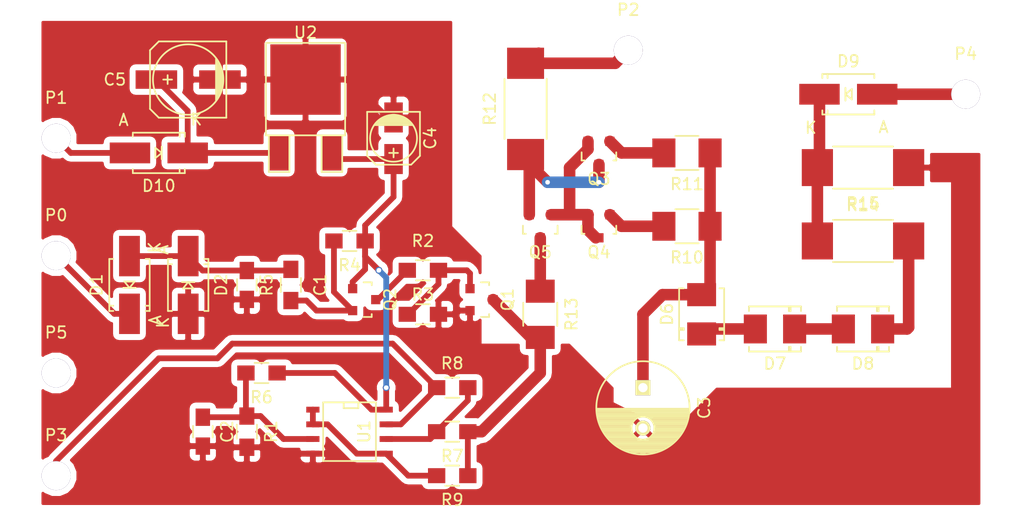
<source format=kicad_pcb>
(kicad_pcb (version 4) (host pcbnew 4.0.1-stable)

  (general
    (links 59)
    (no_connects 6)
    (area 114.070727 94.505 208.980002 142.03418)
    (thickness 1.6)
    (drawings 0)
    (tracks 124)
    (zones 0)
    (modules 40)
    (nets 28)
  )

  (page A4)
  (layers
    (0 F.Cu signal)
    (31 B.Cu signal)
    (32 B.Adhes user)
    (33 F.Adhes user)
    (34 B.Paste user)
    (35 F.Paste user)
    (36 B.SilkS user)
    (37 F.SilkS user)
    (38 B.Mask user)
    (39 F.Mask user)
    (40 Dwgs.User user)
    (41 Cmts.User user)
    (42 Eco1.User user)
    (43 Eco2.User user)
    (44 Edge.Cuts user)
    (45 Margin user)
    (46 B.CrtYd user)
    (47 F.CrtYd user)
    (48 B.Fab user)
    (49 F.Fab user)
  )

  (setup
    (last_trace_width 1)
    (trace_clearance 0.2)
    (zone_clearance 0.508)
    (zone_45_only yes)
    (trace_min 0.2)
    (segment_width 0.2)
    (edge_width 0.15)
    (via_size 0.6)
    (via_drill 0.4)
    (via_min_size 0.4)
    (via_min_drill 0.3)
    (uvia_size 0.3)
    (uvia_drill 0.1)
    (uvias_allowed no)
    (uvia_min_size 0.2)
    (uvia_min_drill 0.1)
    (pcb_text_width 0.3)
    (pcb_text_size 1.5 1.5)
    (mod_edge_width 0.15)
    (mod_text_size 1 1)
    (mod_text_width 0.15)
    (pad_size 1.524 1.524)
    (pad_drill 0.762)
    (pad_to_mask_clearance 0.2)
    (aux_axis_origin 0 0)
    (visible_elements 7FFEFFFF)
    (pcbplotparams
      (layerselection 0x00030_80000001)
      (usegerberextensions false)
      (excludeedgelayer true)
      (linewidth 0.100000)
      (plotframeref false)
      (viasonmask false)
      (mode 1)
      (useauxorigin false)
      (hpglpennumber 1)
      (hpglpenspeed 20)
      (hpglpendiameter 15)
      (hpglpenoverlay 2)
      (psnegative false)
      (psa4output false)
      (plotreference true)
      (plotvalue true)
      (plotinvisibletext false)
      (padsonsilk false)
      (subtractmaskfromsilk false)
      (outputformat 1)
      (mirror false)
      (drillshape 1)
      (scaleselection 1)
      (outputdirectory ""))
  )

  (net 0 "")
  (net 1 "Net-(C1-Pad1)")
  (net 2 "Net-(C2-Pad1)")
  (net 3 "Net-(C3-Pad1)")
  (net 4 "Net-(C4-Pad1)")
  (net 5 "Net-(C5-Pad1)")
  (net 6 "Net-(D3-Pad2)")
  (net 7 "Net-(D6-Pad1)")
  (net 8 "Net-(D7-Pad1)")
  (net 9 "Net-(D8-Pad1)")
  (net 10 "Net-(D9-Pad1)")
  (net 11 "Net-(Q1-Pad1)")
  (net 12 "Net-(Q2-Pad2)")
  (net 13 "Net-(Q2-Pad3)")
  (net 14 "Net-(Q3-Pad2)")
  (net 15 "Net-(Q3-Pad3)")
  (net 16 "Net-(Q3-Pad1)")
  (net 17 "Net-(Q4-Pad1)")
  (net 18 "Net-(Q5-Pad3)")
  (net 19 "Net-(R7-Pad2)")
  (net 20 "Net-(R9-Pad2)")
  (net 21 Earth)
  (net 22 "Net-(D1-Pad1)")
  (net 23 "Net-(D3-Pad1)")
  (net 24 "Net-(D9-Pad2)")
  (net 25 "Net-(D10-Pad2)")
  (net 26 "Net-(P3-Pad1)")
  (net 27 "Net-(Q1-Pad3)")

  (net_class Default "Это класс цепей по умолчанию."
    (clearance 0.2)
    (trace_width 1)
    (via_dia 0.6)
    (via_drill 0.4)
    (uvia_dia 0.3)
    (uvia_drill 0.1)
    (add_net Earth)
    (add_net "Net-(C1-Pad1)")
    (add_net "Net-(C2-Pad1)")
    (add_net "Net-(C3-Pad1)")
    (add_net "Net-(C4-Pad1)")
    (add_net "Net-(C5-Pad1)")
    (add_net "Net-(D1-Pad1)")
    (add_net "Net-(D10-Pad2)")
    (add_net "Net-(D3-Pad1)")
    (add_net "Net-(D3-Pad2)")
    (add_net "Net-(D6-Pad1)")
    (add_net "Net-(D7-Pad1)")
    (add_net "Net-(D8-Pad1)")
    (add_net "Net-(D9-Pad1)")
    (add_net "Net-(D9-Pad2)")
    (add_net "Net-(P3-Pad1)")
    (add_net "Net-(Q1-Pad1)")
    (add_net "Net-(Q1-Pad3)")
    (add_net "Net-(Q2-Pad2)")
    (add_net "Net-(Q2-Pad3)")
    (add_net "Net-(Q3-Pad1)")
    (add_net "Net-(Q3-Pad2)")
    (add_net "Net-(Q3-Pad3)")
    (add_net "Net-(Q4-Pad1)")
    (add_net "Net-(Q5-Pad3)")
    (add_net "Net-(R7-Pad2)")
    (add_net "Net-(R9-Pad2)")
  )

  (net_class 0.5 ""
    (clearance 0.5)
    (trace_width 1)
    (via_dia 0.6)
    (via_drill 0.4)
    (uvia_dia 0.3)
    (uvia_drill 0.1)
  )

  (module Capacitors_SMD:C_0805_HandSoldering (layer F.Cu) (tedit 568D8C97) (tstamp 568D883F)
    (at 135.89 120.65 270)
    (descr "Capacitor SMD 0805, hand soldering")
    (tags "capacitor 0805")
    (path /568C2D52)
    (attr smd)
    (fp_text reference C1 (at 0 -6.35 270) (layer F.SilkS)
      (effects (font (size 1 1) (thickness 0.15)))
    )
    (fp_text value 0.1uF (at 0 2.1 270) (layer F.Fab)
      (effects (font (size 1 1) (thickness 0.15)))
    )
    (fp_line (start -2.3 -1) (end 2.3 -1) (layer F.CrtYd) (width 0.05))
    (fp_line (start -2.3 1) (end 2.3 1) (layer F.CrtYd) (width 0.05))
    (fp_line (start -2.3 -1) (end -2.3 1) (layer F.CrtYd) (width 0.05))
    (fp_line (start 2.3 -1) (end 2.3 1) (layer F.CrtYd) (width 0.05))
    (fp_line (start 0.5 -0.85) (end -0.5 -0.85) (layer F.SilkS) (width 0.15))
    (fp_line (start -0.5 0.85) (end 0.5 0.85) (layer F.SilkS) (width 0.15))
    (pad 1 smd rect (at -1.25 0 270) (size 1.5 1.25) (layers F.Cu F.Paste F.Mask)
      (net 1 "Net-(C1-Pad1)"))
    (pad 2 smd rect (at 1.25 0 270) (size 1.5 1.25) (layers F.Cu F.Paste F.Mask)
      (net 21 Earth))
    (model Capacitors_SMD.3dshapes/C_0805_HandSoldering.wrl
      (at (xyz 0 0 0))
      (scale (xyz 1 1 1))
      (rotate (xyz 0 0 0))
    )
  )

  (module Capacitors_SMD:C_0805_HandSoldering (layer F.Cu) (tedit 541A9B8D) (tstamp 568D8845)
    (at 132.08 133.35 270)
    (descr "Capacitor SMD 0805, hand soldering")
    (tags "capacitor 0805")
    (path /568D0063)
    (attr smd)
    (fp_text reference C2 (at 0 -2.1 270) (layer F.SilkS)
      (effects (font (size 1 1) (thickness 0.15)))
    )
    (fp_text value 1uF (at 0 2.1 270) (layer F.Fab)
      (effects (font (size 1 1) (thickness 0.15)))
    )
    (fp_line (start -2.3 -1) (end 2.3 -1) (layer F.CrtYd) (width 0.05))
    (fp_line (start -2.3 1) (end 2.3 1) (layer F.CrtYd) (width 0.05))
    (fp_line (start -2.3 -1) (end -2.3 1) (layer F.CrtYd) (width 0.05))
    (fp_line (start 2.3 -1) (end 2.3 1) (layer F.CrtYd) (width 0.05))
    (fp_line (start 0.5 -0.85) (end -0.5 -0.85) (layer F.SilkS) (width 0.15))
    (fp_line (start -0.5 0.85) (end 0.5 0.85) (layer F.SilkS) (width 0.15))
    (pad 1 smd rect (at -1.25 0 270) (size 1.5 1.25) (layers F.Cu F.Paste F.Mask)
      (net 2 "Net-(C2-Pad1)"))
    (pad 2 smd rect (at 1.25 0 270) (size 1.5 1.25) (layers F.Cu F.Paste F.Mask)
      (net 21 Earth))
    (model Capacitors_SMD.3dshapes/C_0805_HandSoldering.wrl
      (at (xyz 0 0 0))
      (scale (xyz 1 1 1))
      (rotate (xyz 0 0 0))
    )
  )

  (module Capacitors_ThroughHole:C_Radial_D8_L11.5_P3.5 (layer F.Cu) (tedit 0) (tstamp 568D884B)
    (at 170.18 129.54 270)
    (descr "Radial Electrolytic Capacitor Diameter 8mm x Length 11.5mm, Pitch 3.5mm")
    (tags "Electrolytic Capacitor")
    (path /568E10A6)
    (fp_text reference C3 (at 1.75 -5.3 270) (layer F.SilkS)
      (effects (font (size 1 1) (thickness 0.15)))
    )
    (fp_text value "2.2uF 350V" (at 1.75 5.3 270) (layer F.Fab)
      (effects (font (size 1 1) (thickness 0.15)))
    )
    (fp_line (start 1.825 -3.999) (end 1.825 3.999) (layer F.SilkS) (width 0.15))
    (fp_line (start 1.965 -3.994) (end 1.965 3.994) (layer F.SilkS) (width 0.15))
    (fp_line (start 2.105 -3.984) (end 2.105 3.984) (layer F.SilkS) (width 0.15))
    (fp_line (start 2.245 -3.969) (end 2.245 3.969) (layer F.SilkS) (width 0.15))
    (fp_line (start 2.385 -3.949) (end 2.385 3.949) (layer F.SilkS) (width 0.15))
    (fp_line (start 2.525 -3.924) (end 2.525 -0.222) (layer F.SilkS) (width 0.15))
    (fp_line (start 2.525 0.222) (end 2.525 3.924) (layer F.SilkS) (width 0.15))
    (fp_line (start 2.665 -3.894) (end 2.665 -0.55) (layer F.SilkS) (width 0.15))
    (fp_line (start 2.665 0.55) (end 2.665 3.894) (layer F.SilkS) (width 0.15))
    (fp_line (start 2.805 -3.858) (end 2.805 -0.719) (layer F.SilkS) (width 0.15))
    (fp_line (start 2.805 0.719) (end 2.805 3.858) (layer F.SilkS) (width 0.15))
    (fp_line (start 2.945 -3.817) (end 2.945 -0.832) (layer F.SilkS) (width 0.15))
    (fp_line (start 2.945 0.832) (end 2.945 3.817) (layer F.SilkS) (width 0.15))
    (fp_line (start 3.085 -3.771) (end 3.085 -0.91) (layer F.SilkS) (width 0.15))
    (fp_line (start 3.085 0.91) (end 3.085 3.771) (layer F.SilkS) (width 0.15))
    (fp_line (start 3.225 -3.718) (end 3.225 -0.961) (layer F.SilkS) (width 0.15))
    (fp_line (start 3.225 0.961) (end 3.225 3.718) (layer F.SilkS) (width 0.15))
    (fp_line (start 3.365 -3.659) (end 3.365 -0.991) (layer F.SilkS) (width 0.15))
    (fp_line (start 3.365 0.991) (end 3.365 3.659) (layer F.SilkS) (width 0.15))
    (fp_line (start 3.505 -3.594) (end 3.505 -1) (layer F.SilkS) (width 0.15))
    (fp_line (start 3.505 1) (end 3.505 3.594) (layer F.SilkS) (width 0.15))
    (fp_line (start 3.645 -3.523) (end 3.645 -0.989) (layer F.SilkS) (width 0.15))
    (fp_line (start 3.645 0.989) (end 3.645 3.523) (layer F.SilkS) (width 0.15))
    (fp_line (start 3.785 -3.444) (end 3.785 -0.959) (layer F.SilkS) (width 0.15))
    (fp_line (start 3.785 0.959) (end 3.785 3.444) (layer F.SilkS) (width 0.15))
    (fp_line (start 3.925 -3.357) (end 3.925 -0.905) (layer F.SilkS) (width 0.15))
    (fp_line (start 3.925 0.905) (end 3.925 3.357) (layer F.SilkS) (width 0.15))
    (fp_line (start 4.065 -3.262) (end 4.065 -0.825) (layer F.SilkS) (width 0.15))
    (fp_line (start 4.065 0.825) (end 4.065 3.262) (layer F.SilkS) (width 0.15))
    (fp_line (start 4.205 -3.158) (end 4.205 -0.709) (layer F.SilkS) (width 0.15))
    (fp_line (start 4.205 0.709) (end 4.205 3.158) (layer F.SilkS) (width 0.15))
    (fp_line (start 4.345 -3.044) (end 4.345 -0.535) (layer F.SilkS) (width 0.15))
    (fp_line (start 4.345 0.535) (end 4.345 3.044) (layer F.SilkS) (width 0.15))
    (fp_line (start 4.485 -2.919) (end 4.485 -0.173) (layer F.SilkS) (width 0.15))
    (fp_line (start 4.485 0.173) (end 4.485 2.919) (layer F.SilkS) (width 0.15))
    (fp_line (start 4.625 -2.781) (end 4.625 2.781) (layer F.SilkS) (width 0.15))
    (fp_line (start 4.765 -2.629) (end 4.765 2.629) (layer F.SilkS) (width 0.15))
    (fp_line (start 4.905 -2.459) (end 4.905 2.459) (layer F.SilkS) (width 0.15))
    (fp_line (start 5.045 -2.268) (end 5.045 2.268) (layer F.SilkS) (width 0.15))
    (fp_line (start 5.185 -2.05) (end 5.185 2.05) (layer F.SilkS) (width 0.15))
    (fp_line (start 5.325 -1.794) (end 5.325 1.794) (layer F.SilkS) (width 0.15))
    (fp_line (start 5.465 -1.483) (end 5.465 1.483) (layer F.SilkS) (width 0.15))
    (fp_line (start 5.605 -1.067) (end 5.605 1.067) (layer F.SilkS) (width 0.15))
    (fp_line (start 5.745 -0.2) (end 5.745 0.2) (layer F.SilkS) (width 0.15))
    (fp_circle (center 3.5 0) (end 3.5 -1) (layer F.SilkS) (width 0.15))
    (fp_circle (center 1.75 0) (end 1.75 -4.0375) (layer F.SilkS) (width 0.15))
    (fp_circle (center 1.75 0) (end 1.75 -4.3) (layer F.CrtYd) (width 0.05))
    (pad 2 thru_hole circle (at 3.5 0 270) (size 1.3 1.3) (drill 0.8) (layers *.Cu *.Mask F.SilkS)
      (net 21 Earth))
    (pad 1 thru_hole rect (at 0 0 270) (size 1.3 1.3) (drill 0.8) (layers *.Cu *.Mask F.SilkS)
      (net 3 "Net-(C3-Pad1)"))
    (model Capacitors_ThroughHole.3dshapes/C_Radial_D8_L11.5_P3.5.wrl
      (at (xyz 0 0 0))
      (scale (xyz 1 1 1))
      (rotate (xyz 0 0 0))
    )
  )

  (module Capacitors_SMD:c_elec_4x4.5 (layer F.Cu) (tedit 55725C01) (tstamp 568D8851)
    (at 148.59 107.95 270)
    (descr "SMT capacitor, aluminium electrolytic, 4x4.5")
    (path /568CE566)
    (attr smd)
    (fp_text reference C4 (at 0 -3.175 270) (layer F.SilkS)
      (effects (font (size 1 1) (thickness 0.15)))
    )
    (fp_text value "4.7uF 16V" (at 0 3.175 270) (layer F.Fab)
      (effects (font (size 1 1) (thickness 0.15)))
    )
    (fp_line (start -3.35 2.65) (end 3.35 2.65) (layer F.CrtYd) (width 0.05))
    (fp_line (start 3.35 -2.65) (end -3.35 -2.65) (layer F.CrtYd) (width 0.05))
    (fp_line (start -3.35 -2.65) (end -3.35 2.65) (layer F.CrtYd) (width 0.05))
    (fp_line (start 3.35 2.65) (end 3.35 -2.65) (layer F.CrtYd) (width 0.05))
    (fp_line (start 1.651 0) (end 0.889 0) (layer F.SilkS) (width 0.15))
    (fp_line (start 1.27 -0.381) (end 1.27 0.381) (layer F.SilkS) (width 0.15))
    (fp_line (start 1.524 2.286) (end -2.286 2.286) (layer F.SilkS) (width 0.15))
    (fp_line (start 2.286 -1.524) (end 2.286 1.524) (layer F.SilkS) (width 0.15))
    (fp_line (start 1.524 2.286) (end 2.286 1.524) (layer F.SilkS) (width 0.15))
    (fp_line (start 1.524 -2.286) (end -2.286 -2.286) (layer F.SilkS) (width 0.15))
    (fp_line (start 1.524 -2.286) (end 2.286 -1.524) (layer F.SilkS) (width 0.15))
    (fp_line (start -2.032 0.127) (end -2.032 -0.127) (layer F.SilkS) (width 0.15))
    (fp_line (start -1.905 -0.635) (end -1.905 0.635) (layer F.SilkS) (width 0.15))
    (fp_line (start -1.778 0.889) (end -1.778 -0.889) (layer F.SilkS) (width 0.15))
    (fp_line (start -1.651 1.143) (end -1.651 -1.143) (layer F.SilkS) (width 0.15))
    (fp_line (start -1.524 -1.27) (end -1.524 1.27) (layer F.SilkS) (width 0.15))
    (fp_line (start -1.397 1.397) (end -1.397 -1.397) (layer F.SilkS) (width 0.15))
    (fp_line (start -1.27 -1.524) (end -1.27 1.524) (layer F.SilkS) (width 0.15))
    (fp_line (start -1.143 -1.651) (end -1.143 1.651) (layer F.SilkS) (width 0.15))
    (fp_line (start -2.286 -2.286) (end -2.286 2.286) (layer F.SilkS) (width 0.15))
    (fp_circle (center 0 0) (end -2.032 0) (layer F.SilkS) (width 0.15))
    (pad 1 smd rect (at 1.80086 0 270) (size 2.60096 1.6002) (layers F.Cu F.Paste F.Mask)
      (net 4 "Net-(C4-Pad1)"))
    (pad 2 smd rect (at -1.80086 0 270) (size 2.60096 1.6002) (layers F.Cu F.Paste F.Mask)
      (net 21 Earth))
    (model Capacitors_SMD.3dshapes/c_elec_4x4.5.wrl
      (at (xyz 0 0 0))
      (scale (xyz 1 1 1))
      (rotate (xyz 0 0 0))
    )
  )

  (module Capacitors_SMD:c_elec_6.3x4.5 (layer F.Cu) (tedit 568D8CA6) (tstamp 568D8857)
    (at 130.81 102.87 180)
    (descr "SMT capacitor, aluminium electrolytic, 6.3x4.5")
    (path /568C2B54)
    (attr smd)
    (fp_text reference C5 (at 6.35 0 180) (layer F.SilkS)
      (effects (font (size 1 1) (thickness 0.15)))
    )
    (fp_text value "47uF 25V" (at 0 4.445 180) (layer F.Fab)
      (effects (font (size 1 1) (thickness 0.15)))
    )
    (fp_line (start -4.85 -3.6) (end 4.85 -3.6) (layer F.CrtYd) (width 0.05))
    (fp_line (start 4.85 -3.6) (end 4.85 3.6) (layer F.CrtYd) (width 0.05))
    (fp_line (start 4.85 3.6) (end -4.85 3.6) (layer F.CrtYd) (width 0.05))
    (fp_line (start -4.85 3.6) (end -4.85 -3.6) (layer F.CrtYd) (width 0.05))
    (fp_line (start -2.921 -0.762) (end -2.921 0.762) (layer F.SilkS) (width 0.15))
    (fp_line (start -2.794 1.143) (end -2.794 -1.143) (layer F.SilkS) (width 0.15))
    (fp_line (start -2.667 -1.397) (end -2.667 1.397) (layer F.SilkS) (width 0.15))
    (fp_line (start -2.54 1.651) (end -2.54 -1.651) (layer F.SilkS) (width 0.15))
    (fp_line (start -2.413 -1.778) (end -2.413 1.778) (layer F.SilkS) (width 0.15))
    (fp_line (start -3.302 -3.302) (end -3.302 3.302) (layer F.SilkS) (width 0.15))
    (fp_line (start -3.302 3.302) (end 2.54 3.302) (layer F.SilkS) (width 0.15))
    (fp_line (start 2.54 3.302) (end 3.302 2.54) (layer F.SilkS) (width 0.15))
    (fp_line (start 3.302 2.54) (end 3.302 -2.54) (layer F.SilkS) (width 0.15))
    (fp_line (start 3.302 -2.54) (end 2.54 -3.302) (layer F.SilkS) (width 0.15))
    (fp_line (start 2.54 -3.302) (end -3.302 -3.302) (layer F.SilkS) (width 0.15))
    (fp_line (start 2.159 0) (end 1.397 0) (layer F.SilkS) (width 0.15))
    (fp_line (start 1.778 -0.381) (end 1.778 0.381) (layer F.SilkS) (width 0.15))
    (fp_circle (center 0 0) (end -3.048 0) (layer F.SilkS) (width 0.15))
    (pad 1 smd rect (at 2.75082 0 180) (size 3.59918 1.6002) (layers F.Cu F.Paste F.Mask)
      (net 5 "Net-(C5-Pad1)"))
    (pad 2 smd rect (at -2.75082 0 180) (size 3.59918 1.6002) (layers F.Cu F.Paste F.Mask)
      (net 21 Earth))
    (model Capacitors_SMD.3dshapes/c_elec_6.3x4.5.wrl
      (at (xyz 0 0 0))
      (scale (xyz 1 1 1))
      (rotate (xyz 0 0 0))
    )
  )

  (module Diodes_SMD:SMA_Handsoldering (layer F.Cu) (tedit 552FF1AB) (tstamp 568D885D)
    (at 125.73 120.65 90)
    (descr "Diode SMA Handsoldering")
    (tags "Diode SMA Handsoldering")
    (path /568C2E50)
    (attr smd)
    (fp_text reference D1 (at 0 -2.85 90) (layer F.SilkS)
      (effects (font (size 1 1) (thickness 0.15)))
    )
    (fp_text value US1M (at 0.05 4.4 90) (layer F.Fab)
      (effects (font (size 1 1) (thickness 0.15)))
    )
    (fp_line (start -4.5 -2) (end 4.5 -2) (layer F.CrtYd) (width 0.05))
    (fp_line (start 4.5 -2) (end 4.5 2) (layer F.CrtYd) (width 0.05))
    (fp_line (start 4.5 2) (end -4.5 2) (layer F.CrtYd) (width 0.05))
    (fp_line (start -4.5 2) (end -4.5 -2) (layer F.CrtYd) (width 0.05))
    (fp_line (start -0.25 0) (end 0.3 -0.45) (layer F.SilkS) (width 0.15))
    (fp_line (start 0.3 -0.45) (end 0.3 0.45) (layer F.SilkS) (width 0.15))
    (fp_line (start 0.3 0.45) (end -0.25 0) (layer F.SilkS) (width 0.15))
    (fp_line (start -0.25 -0.55) (end -0.25 0.55) (layer F.SilkS) (width 0.15))
    (fp_text user K (at -3.25 2.9 90) (layer F.SilkS)
      (effects (font (size 1 1) (thickness 0.15)))
    )
    (fp_text user A (at 3.05 2.85 90) (layer F.SilkS)
      (effects (font (size 1 1) (thickness 0.15)))
    )
    (fp_line (start -1.79914 1.75006) (end -1.79914 1.39954) (layer F.SilkS) (width 0.15))
    (fp_line (start -1.79914 -1.75006) (end -1.79914 -1.39954) (layer F.SilkS) (width 0.15))
    (fp_line (start 2.25044 1.75006) (end 2.25044 1.39954) (layer F.SilkS) (width 0.15))
    (fp_line (start -2.25044 1.75006) (end -2.25044 1.39954) (layer F.SilkS) (width 0.15))
    (fp_line (start -2.25044 -1.75006) (end -2.25044 -1.39954) (layer F.SilkS) (width 0.15))
    (fp_line (start 2.25044 -1.75006) (end 2.25044 -1.39954) (layer F.SilkS) (width 0.15))
    (fp_line (start -2.25044 1.75006) (end 2.25044 1.75006) (layer F.SilkS) (width 0.15))
    (fp_line (start -2.25044 -1.75006) (end 2.25044 -1.75006) (layer F.SilkS) (width 0.15))
    (pad 1 smd rect (at -2.49936 0 90) (size 3.50012 1.80086) (layers F.Cu F.Paste F.Mask)
      (net 22 "Net-(D1-Pad1)"))
    (pad 2 smd rect (at 2.49936 0 90) (size 3.50012 1.80086) (layers F.Cu F.Paste F.Mask)
      (net 1 "Net-(C1-Pad1)"))
    (model Diodes_SMD.3dshapes/SMA_Handsoldering.wrl
      (at (xyz 0 0 0))
      (scale (xyz 0.3937 0.3937 0.3937))
      (rotate (xyz 0 0 180))
    )
  )

  (module Diodes_SMD:SMA_Handsoldering (layer F.Cu) (tedit 552FF1AB) (tstamp 568D8863)
    (at 130.81 120.65 270)
    (descr "Diode SMA Handsoldering")
    (tags "Diode SMA Handsoldering")
    (path /568C2DBB)
    (attr smd)
    (fp_text reference D2 (at 0 -2.85 270) (layer F.SilkS)
      (effects (font (size 1 1) (thickness 0.15)))
    )
    (fp_text value US1M (at 0.05 4.4 270) (layer F.Fab)
      (effects (font (size 1 1) (thickness 0.15)))
    )
    (fp_line (start -4.5 -2) (end 4.5 -2) (layer F.CrtYd) (width 0.05))
    (fp_line (start 4.5 -2) (end 4.5 2) (layer F.CrtYd) (width 0.05))
    (fp_line (start 4.5 2) (end -4.5 2) (layer F.CrtYd) (width 0.05))
    (fp_line (start -4.5 2) (end -4.5 -2) (layer F.CrtYd) (width 0.05))
    (fp_line (start -0.25 0) (end 0.3 -0.45) (layer F.SilkS) (width 0.15))
    (fp_line (start 0.3 -0.45) (end 0.3 0.45) (layer F.SilkS) (width 0.15))
    (fp_line (start 0.3 0.45) (end -0.25 0) (layer F.SilkS) (width 0.15))
    (fp_line (start -0.25 -0.55) (end -0.25 0.55) (layer F.SilkS) (width 0.15))
    (fp_text user K (at -3.25 2.9 270) (layer F.SilkS)
      (effects (font (size 1 1) (thickness 0.15)))
    )
    (fp_text user A (at 3.05 2.85 270) (layer F.SilkS)
      (effects (font (size 1 1) (thickness 0.15)))
    )
    (fp_line (start -1.79914 1.75006) (end -1.79914 1.39954) (layer F.SilkS) (width 0.15))
    (fp_line (start -1.79914 -1.75006) (end -1.79914 -1.39954) (layer F.SilkS) (width 0.15))
    (fp_line (start 2.25044 1.75006) (end 2.25044 1.39954) (layer F.SilkS) (width 0.15))
    (fp_line (start -2.25044 1.75006) (end -2.25044 1.39954) (layer F.SilkS) (width 0.15))
    (fp_line (start -2.25044 -1.75006) (end -2.25044 -1.39954) (layer F.SilkS) (width 0.15))
    (fp_line (start 2.25044 -1.75006) (end 2.25044 -1.39954) (layer F.SilkS) (width 0.15))
    (fp_line (start -2.25044 1.75006) (end 2.25044 1.75006) (layer F.SilkS) (width 0.15))
    (fp_line (start -2.25044 -1.75006) (end 2.25044 -1.75006) (layer F.SilkS) (width 0.15))
    (pad 1 smd rect (at -2.49936 0 270) (size 3.50012 1.80086) (layers F.Cu F.Paste F.Mask)
      (net 1 "Net-(C1-Pad1)"))
    (pad 2 smd rect (at 2.49936 0 270) (size 3.50012 1.80086) (layers F.Cu F.Paste F.Mask)
      (net 21 Earth))
    (model Diodes_SMD.3dshapes/SMA_Handsoldering.wrl
      (at (xyz 0 0 0))
      (scale (xyz 0.3937 0.3937 0.3937))
      (rotate (xyz 0 0 180))
    )
  )

  (module Diodes_SMD:DO-214BA (layer F.Cu) (tedit 54DF7BCF) (tstamp 568D887B)
    (at 175.26 123.19 90)
    (descr "Microsemi LSM115J")
    (tags "DO-214BA diode")
    (path /568E0D43)
    (attr smd)
    (fp_text reference D6 (at 0 -3 90) (layer F.SilkS)
      (effects (font (size 1 1) (thickness 0.15)))
    )
    (fp_text value 1N4740A (at 0 3 90) (layer F.Fab)
      (effects (font (size 1 1) (thickness 0.15)))
    )
    (fp_line (start -3 -2.25) (end 3 -2.25) (layer F.CrtYd) (width 0.05))
    (fp_line (start 3 -2.25) (end 3 2.25) (layer F.CrtYd) (width 0.05))
    (fp_line (start 3 2.25) (end -3 2.25) (layer F.CrtYd) (width 0.05))
    (fp_line (start -3 2.25) (end -3 -2.25) (layer F.CrtYd) (width 0.05))
    (fp_line (start -2.25 -1.95) (end -2.25 -1.55) (layer F.SilkS) (width 0.15))
    (fp_line (start -2.25 1.95) (end -2.25 1.55) (layer F.SilkS) (width 0.15))
    (fp_line (start 2.25 1.95) (end 2.25 1.55) (layer F.SilkS) (width 0.15))
    (fp_line (start 2.25 -1.95) (end 2.25 -1.55) (layer F.SilkS) (width 0.15))
    (fp_line (start -1.35 1.95) (end -1.35 1.55) (layer F.SilkS) (width 0.15))
    (fp_line (start -1.35 1.55) (end -1.2 1.55) (layer F.SilkS) (width 0.15))
    (fp_line (start -1.2 1.55) (end -1.2 1.95) (layer F.SilkS) (width 0.15))
    (fp_line (start -1.35 -1.95) (end -1.35 -1.55) (layer F.SilkS) (width 0.15))
    (fp_line (start -1.35 -1.55) (end -1.2 -1.55) (layer F.SilkS) (width 0.15))
    (fp_line (start -1.2 -1.55) (end -1.2 -1.95) (layer F.SilkS) (width 0.15))
    (fp_line (start -2.25 -1.95) (end 2.25 -1.95) (layer F.SilkS) (width 0.15))
    (fp_line (start 2.25 1.95) (end -2.25 1.95) (layer F.SilkS) (width 0.15))
    (pad 2 smd rect (at 1.7 0 90) (size 2 2.5) (layers F.Cu F.Paste F.Mask)
      (net 3 "Net-(C3-Pad1)"))
    (pad 1 smd rect (at -1.7 0 90) (size 2 2.5) (layers F.Cu F.Paste F.Mask)
      (net 7 "Net-(D6-Pad1)"))
  )

  (module Diodes_SMD:DO-214BA (layer F.Cu) (tedit 54DF7BCF) (tstamp 568D8881)
    (at 181.61 124.46 180)
    (descr "Microsemi LSM115J")
    (tags "DO-214BA diode")
    (path /568E0FC2)
    (attr smd)
    (fp_text reference D7 (at 0 -3 180) (layer F.SilkS)
      (effects (font (size 1 1) (thickness 0.15)))
    )
    (fp_text value 1N4740A (at 0 3 180) (layer F.Fab)
      (effects (font (size 1 1) (thickness 0.15)))
    )
    (fp_line (start -3 -2.25) (end 3 -2.25) (layer F.CrtYd) (width 0.05))
    (fp_line (start 3 -2.25) (end 3 2.25) (layer F.CrtYd) (width 0.05))
    (fp_line (start 3 2.25) (end -3 2.25) (layer F.CrtYd) (width 0.05))
    (fp_line (start -3 2.25) (end -3 -2.25) (layer F.CrtYd) (width 0.05))
    (fp_line (start -2.25 -1.95) (end -2.25 -1.55) (layer F.SilkS) (width 0.15))
    (fp_line (start -2.25 1.95) (end -2.25 1.55) (layer F.SilkS) (width 0.15))
    (fp_line (start 2.25 1.95) (end 2.25 1.55) (layer F.SilkS) (width 0.15))
    (fp_line (start 2.25 -1.95) (end 2.25 -1.55) (layer F.SilkS) (width 0.15))
    (fp_line (start -1.35 1.95) (end -1.35 1.55) (layer F.SilkS) (width 0.15))
    (fp_line (start -1.35 1.55) (end -1.2 1.55) (layer F.SilkS) (width 0.15))
    (fp_line (start -1.2 1.55) (end -1.2 1.95) (layer F.SilkS) (width 0.15))
    (fp_line (start -1.35 -1.95) (end -1.35 -1.55) (layer F.SilkS) (width 0.15))
    (fp_line (start -1.35 -1.55) (end -1.2 -1.55) (layer F.SilkS) (width 0.15))
    (fp_line (start -1.2 -1.55) (end -1.2 -1.95) (layer F.SilkS) (width 0.15))
    (fp_line (start -2.25 -1.95) (end 2.25 -1.95) (layer F.SilkS) (width 0.15))
    (fp_line (start 2.25 1.95) (end -2.25 1.95) (layer F.SilkS) (width 0.15))
    (pad 2 smd rect (at 1.7 0 180) (size 2 2.5) (layers F.Cu F.Paste F.Mask)
      (net 7 "Net-(D6-Pad1)"))
    (pad 1 smd rect (at -1.7 0 180) (size 2 2.5) (layers F.Cu F.Paste F.Mask)
      (net 8 "Net-(D7-Pad1)"))
  )

  (module Diodes_SMD:DO-214BA (layer F.Cu) (tedit 54DF7BCF) (tstamp 568D8887)
    (at 189.23 124.46 180)
    (descr "Microsemi LSM115J")
    (tags "DO-214BA diode")
    (path /568E101F)
    (attr smd)
    (fp_text reference D8 (at 0 -3 180) (layer F.SilkS)
      (effects (font (size 1 1) (thickness 0.15)))
    )
    (fp_text value 1N4740A (at 0 3 180) (layer F.Fab)
      (effects (font (size 1 1) (thickness 0.15)))
    )
    (fp_line (start -3 -2.25) (end 3 -2.25) (layer F.CrtYd) (width 0.05))
    (fp_line (start 3 -2.25) (end 3 2.25) (layer F.CrtYd) (width 0.05))
    (fp_line (start 3 2.25) (end -3 2.25) (layer F.CrtYd) (width 0.05))
    (fp_line (start -3 2.25) (end -3 -2.25) (layer F.CrtYd) (width 0.05))
    (fp_line (start -2.25 -1.95) (end -2.25 -1.55) (layer F.SilkS) (width 0.15))
    (fp_line (start -2.25 1.95) (end -2.25 1.55) (layer F.SilkS) (width 0.15))
    (fp_line (start 2.25 1.95) (end 2.25 1.55) (layer F.SilkS) (width 0.15))
    (fp_line (start 2.25 -1.95) (end 2.25 -1.55) (layer F.SilkS) (width 0.15))
    (fp_line (start -1.35 1.95) (end -1.35 1.55) (layer F.SilkS) (width 0.15))
    (fp_line (start -1.35 1.55) (end -1.2 1.55) (layer F.SilkS) (width 0.15))
    (fp_line (start -1.2 1.55) (end -1.2 1.95) (layer F.SilkS) (width 0.15))
    (fp_line (start -1.35 -1.95) (end -1.35 -1.55) (layer F.SilkS) (width 0.15))
    (fp_line (start -1.35 -1.55) (end -1.2 -1.55) (layer F.SilkS) (width 0.15))
    (fp_line (start -1.2 -1.55) (end -1.2 -1.95) (layer F.SilkS) (width 0.15))
    (fp_line (start -2.25 -1.95) (end 2.25 -1.95) (layer F.SilkS) (width 0.15))
    (fp_line (start 2.25 1.95) (end -2.25 1.95) (layer F.SilkS) (width 0.15))
    (pad 2 smd rect (at 1.7 0 180) (size 2 2.5) (layers F.Cu F.Paste F.Mask)
      (net 8 "Net-(D7-Pad1)"))
    (pad 1 smd rect (at -1.7 0 180) (size 2 2.5) (layers F.Cu F.Paste F.Mask)
      (net 9 "Net-(D8-Pad1)"))
  )

  (module Diodes_SMD:SMA_Handsoldering (layer F.Cu) (tedit 552FF1AB) (tstamp 568D888D)
    (at 187.96 104.14)
    (descr "Diode SMA Handsoldering")
    (tags "Diode SMA Handsoldering")
    (path /568E21E0)
    (attr smd)
    (fp_text reference D9 (at 0 -2.85) (layer F.SilkS)
      (effects (font (size 1 1) (thickness 0.15)))
    )
    (fp_text value US1M (at 0.05 4.4) (layer F.Fab)
      (effects (font (size 1 1) (thickness 0.15)))
    )
    (fp_line (start -4.5 -2) (end 4.5 -2) (layer F.CrtYd) (width 0.05))
    (fp_line (start 4.5 -2) (end 4.5 2) (layer F.CrtYd) (width 0.05))
    (fp_line (start 4.5 2) (end -4.5 2) (layer F.CrtYd) (width 0.05))
    (fp_line (start -4.5 2) (end -4.5 -2) (layer F.CrtYd) (width 0.05))
    (fp_line (start -0.25 0) (end 0.3 -0.45) (layer F.SilkS) (width 0.15))
    (fp_line (start 0.3 -0.45) (end 0.3 0.45) (layer F.SilkS) (width 0.15))
    (fp_line (start 0.3 0.45) (end -0.25 0) (layer F.SilkS) (width 0.15))
    (fp_line (start -0.25 -0.55) (end -0.25 0.55) (layer F.SilkS) (width 0.15))
    (fp_text user K (at -3.25 2.9) (layer F.SilkS)
      (effects (font (size 1 1) (thickness 0.15)))
    )
    (fp_text user A (at 3.05 2.85) (layer F.SilkS)
      (effects (font (size 1 1) (thickness 0.15)))
    )
    (fp_line (start -1.79914 1.75006) (end -1.79914 1.39954) (layer F.SilkS) (width 0.15))
    (fp_line (start -1.79914 -1.75006) (end -1.79914 -1.39954) (layer F.SilkS) (width 0.15))
    (fp_line (start 2.25044 1.75006) (end 2.25044 1.39954) (layer F.SilkS) (width 0.15))
    (fp_line (start -2.25044 1.75006) (end -2.25044 1.39954) (layer F.SilkS) (width 0.15))
    (fp_line (start -2.25044 -1.75006) (end -2.25044 -1.39954) (layer F.SilkS) (width 0.15))
    (fp_line (start 2.25044 -1.75006) (end 2.25044 -1.39954) (layer F.SilkS) (width 0.15))
    (fp_line (start -2.25044 1.75006) (end 2.25044 1.75006) (layer F.SilkS) (width 0.15))
    (fp_line (start -2.25044 -1.75006) (end 2.25044 -1.75006) (layer F.SilkS) (width 0.15))
    (pad 1 smd rect (at -2.49936 0) (size 3.50012 1.80086) (layers F.Cu F.Paste F.Mask)
      (net 10 "Net-(D9-Pad1)"))
    (pad 2 smd rect (at 2.49936 0) (size 3.50012 1.80086) (layers F.Cu F.Paste F.Mask)
      (net 24 "Net-(D9-Pad2)"))
    (model Diodes_SMD.3dshapes/SMA_Handsoldering.wrl
      (at (xyz 0 0 0))
      (scale (xyz 0.3937 0.3937 0.3937))
      (rotate (xyz 0 0 180))
    )
  )

  (module Diodes_SMD:SMA_Handsoldering (layer F.Cu) (tedit 552FF1AB) (tstamp 568D8893)
    (at 128.27 109.22 180)
    (descr "Diode SMA Handsoldering")
    (tags "Diode SMA Handsoldering")
    (path /568C2844)
    (attr smd)
    (fp_text reference D10 (at 0 -2.85 180) (layer F.SilkS)
      (effects (font (size 1 1) (thickness 0.15)))
    )
    (fp_text value US1M (at 0.05 4.4 180) (layer F.Fab)
      (effects (font (size 1 1) (thickness 0.15)))
    )
    (fp_line (start -4.5 -2) (end 4.5 -2) (layer F.CrtYd) (width 0.05))
    (fp_line (start 4.5 -2) (end 4.5 2) (layer F.CrtYd) (width 0.05))
    (fp_line (start 4.5 2) (end -4.5 2) (layer F.CrtYd) (width 0.05))
    (fp_line (start -4.5 2) (end -4.5 -2) (layer F.CrtYd) (width 0.05))
    (fp_line (start -0.25 0) (end 0.3 -0.45) (layer F.SilkS) (width 0.15))
    (fp_line (start 0.3 -0.45) (end 0.3 0.45) (layer F.SilkS) (width 0.15))
    (fp_line (start 0.3 0.45) (end -0.25 0) (layer F.SilkS) (width 0.15))
    (fp_line (start -0.25 -0.55) (end -0.25 0.55) (layer F.SilkS) (width 0.15))
    (fp_text user K (at -3.25 2.9 180) (layer F.SilkS)
      (effects (font (size 1 1) (thickness 0.15)))
    )
    (fp_text user A (at 3.05 2.85 180) (layer F.SilkS)
      (effects (font (size 1 1) (thickness 0.15)))
    )
    (fp_line (start -1.79914 1.75006) (end -1.79914 1.39954) (layer F.SilkS) (width 0.15))
    (fp_line (start -1.79914 -1.75006) (end -1.79914 -1.39954) (layer F.SilkS) (width 0.15))
    (fp_line (start 2.25044 1.75006) (end 2.25044 1.39954) (layer F.SilkS) (width 0.15))
    (fp_line (start -2.25044 1.75006) (end -2.25044 1.39954) (layer F.SilkS) (width 0.15))
    (fp_line (start -2.25044 -1.75006) (end -2.25044 -1.39954) (layer F.SilkS) (width 0.15))
    (fp_line (start 2.25044 -1.75006) (end 2.25044 -1.39954) (layer F.SilkS) (width 0.15))
    (fp_line (start -2.25044 1.75006) (end 2.25044 1.75006) (layer F.SilkS) (width 0.15))
    (fp_line (start -2.25044 -1.75006) (end 2.25044 -1.75006) (layer F.SilkS) (width 0.15))
    (pad 1 smd rect (at -2.49936 0 180) (size 3.50012 1.80086) (layers F.Cu F.Paste F.Mask)
      (net 5 "Net-(C5-Pad1)"))
    (pad 2 smd rect (at 2.49936 0 180) (size 3.50012 1.80086) (layers F.Cu F.Paste F.Mask)
      (net 25 "Net-(D10-Pad2)"))
    (model Diodes_SMD.3dshapes/SMA_Handsoldering.wrl
      (at (xyz 0 0 0))
      (scale (xyz 0.3937 0.3937 0.3937))
      (rotate (xyz 0 0 180))
    )
  )

  (module Mounting_Holes:MountingHole_2-5mm (layer F.Cu) (tedit 0) (tstamp 568D8898)
    (at 119.38 118.11)
    (descr "Mounting hole, Befestigungsbohrung, 2,5mm, No Annular, Kein Restring,")
    (tags "Mounting hole, Befestigungsbohrung, 2,5mm, No Annular, Kein Restring,")
    (path /568EF97B)
    (fp_text reference P0 (at 0 -3.50012) (layer F.SilkS)
      (effects (font (size 1 1) (thickness 0.15)))
    )
    (fp_text value CONN_01X01 (at 0.09906 3.59918) (layer F.Fab)
      (effects (font (size 1 1) (thickness 0.15)))
    )
    (fp_circle (center 0 0) (end 2.5 0) (layer Cmts.User) (width 0.381))
    (pad 1 thru_hole circle (at 0 0) (size 2.5 2.5) (drill 2.5) (layers)
      (net 22 "Net-(D1-Pad1)"))
  )

  (module Mounting_Holes:MountingHole_2-5mm (layer F.Cu) (tedit 0) (tstamp 568D889D)
    (at 119.38 107.95)
    (descr "Mounting hole, Befestigungsbohrung, 2,5mm, No Annular, Kein Restring,")
    (tags "Mounting hole, Befestigungsbohrung, 2,5mm, No Annular, Kein Restring,")
    (path /568EAB11)
    (fp_text reference P1 (at 0 -3.50012) (layer F.SilkS)
      (effects (font (size 1 1) (thickness 0.15)))
    )
    (fp_text value CONN_01X01 (at 0.09906 3.59918) (layer F.Fab)
      (effects (font (size 1 1) (thickness 0.15)))
    )
    (fp_circle (center 0 0) (end 2.5 0) (layer Cmts.User) (width 0.381))
    (pad 1 thru_hole circle (at 0 0) (size 2.5 2.5) (drill 2.5) (layers)
      (net 25 "Net-(D10-Pad2)"))
  )

  (module Mounting_Holes:MountingHole_2-5mm (layer F.Cu) (tedit 0) (tstamp 568D88A2)
    (at 168.91 100.33)
    (descr "Mounting hole, Befestigungsbohrung, 2,5mm, No Annular, Kein Restring,")
    (tags "Mounting hole, Befestigungsbohrung, 2,5mm, No Annular, Kein Restring,")
    (path /568EA7F5)
    (fp_text reference P2 (at 0 -3.50012) (layer F.SilkS)
      (effects (font (size 1 1) (thickness 0.15)))
    )
    (fp_text value CONN_01X01 (at 0.09906 3.59918) (layer F.Fab)
      (effects (font (size 1 1) (thickness 0.15)))
    )
    (fp_circle (center 0 0) (end 2.5 0) (layer Cmts.User) (width 0.381))
    (pad 1 thru_hole circle (at 0 0) (size 2.5 2.5) (drill 2.5) (layers)
      (net 23 "Net-(D3-Pad1)"))
  )

  (module Mounting_Holes:MountingHole_2-5mm (layer F.Cu) (tedit 0) (tstamp 568D88A7)
    (at 119.38 137.16)
    (descr "Mounting hole, Befestigungsbohrung, 2,5mm, No Annular, Kein Restring,")
    (tags "Mounting hole, Befestigungsbohrung, 2,5mm, No Annular, Kein Restring,")
    (path /568EA9C2)
    (fp_text reference P3 (at 0 -3.50012) (layer F.SilkS)
      (effects (font (size 1 1) (thickness 0.15)))
    )
    (fp_text value CONN_01X01 (at 0.09906 3.59918) (layer F.Fab)
      (effects (font (size 1 1) (thickness 0.15)))
    )
    (fp_circle (center 0 0) (end 2.5 0) (layer Cmts.User) (width 0.381))
    (pad 1 thru_hole circle (at 0 0) (size 2.5 2.5) (drill 2.5) (layers)
      (net 26 "Net-(P3-Pad1)"))
  )

  (module Mounting_Holes:MountingHole_2-5mm (layer F.Cu) (tedit 0) (tstamp 568D88AC)
    (at 198.12 104.14)
    (descr "Mounting hole, Befestigungsbohrung, 2,5mm, No Annular, Kein Restring,")
    (tags "Mounting hole, Befestigungsbohrung, 2,5mm, No Annular, Kein Restring,")
    (path /568EAA5B)
    (fp_text reference P4 (at 0 -3.50012) (layer F.SilkS)
      (effects (font (size 1 1) (thickness 0.15)))
    )
    (fp_text value CONN_01X01 (at 0.09906 3.59918) (layer F.Fab)
      (effects (font (size 1 1) (thickness 0.15)))
    )
    (fp_circle (center 0 0) (end 2.5 0) (layer Cmts.User) (width 0.381))
    (pad 1 thru_hole circle (at 0 0) (size 2.5 2.5) (drill 2.5) (layers)
      (net 24 "Net-(D9-Pad2)"))
  )

  (module Mounting_Holes:MountingHole_2-5mm (layer F.Cu) (tedit 0) (tstamp 568D88B1)
    (at 119.38 128.27)
    (descr "Mounting hole, Befestigungsbohrung, 2,5mm, No Annular, Kein Restring,")
    (tags "Mounting hole, Befestigungsbohrung, 2,5mm, No Annular, Kein Restring,")
    (path /568EAFBB)
    (fp_text reference P5 (at 0 -3.50012) (layer F.SilkS)
      (effects (font (size 1 1) (thickness 0.15)))
    )
    (fp_text value CONN_01X01 (at 0.09906 3.59918) (layer F.Fab)
      (effects (font (size 1 1) (thickness 0.15)))
    )
    (fp_circle (center 0 0) (end 2.5 0) (layer Cmts.User) (width 0.381))
    (pad 1 thru_hole circle (at 0 0) (size 2.5 2.5) (drill 2.5) (layers)
      (net 21 Earth))
  )

  (module TO_SOT_Packages_SMD:SOT-23 (layer F.Cu) (tedit 553634F8) (tstamp 568D88B8)
    (at 156.21 121.92 270)
    (descr "SOT-23, Standard")
    (tags SOT-23)
    (path /568CDF31)
    (attr smd)
    (fp_text reference Q1 (at 0 -2.25 270) (layer F.SilkS)
      (effects (font (size 1 1) (thickness 0.15)))
    )
    (fp_text value MMBT3904 (at 0 2.3 270) (layer F.Fab)
      (effects (font (size 1 1) (thickness 0.15)))
    )
    (fp_line (start -1.65 -1.6) (end 1.65 -1.6) (layer F.CrtYd) (width 0.05))
    (fp_line (start 1.65 -1.6) (end 1.65 1.6) (layer F.CrtYd) (width 0.05))
    (fp_line (start 1.65 1.6) (end -1.65 1.6) (layer F.CrtYd) (width 0.05))
    (fp_line (start -1.65 1.6) (end -1.65 -1.6) (layer F.CrtYd) (width 0.05))
    (fp_line (start 1.29916 -0.65024) (end 1.2509 -0.65024) (layer F.SilkS) (width 0.15))
    (fp_line (start -1.49982 0.0508) (end -1.49982 -0.65024) (layer F.SilkS) (width 0.15))
    (fp_line (start -1.49982 -0.65024) (end -1.2509 -0.65024) (layer F.SilkS) (width 0.15))
    (fp_line (start 1.29916 -0.65024) (end 1.49982 -0.65024) (layer F.SilkS) (width 0.15))
    (fp_line (start 1.49982 -0.65024) (end 1.49982 0.0508) (layer F.SilkS) (width 0.15))
    (pad 1 smd rect (at -0.95 1.00076 270) (size 0.8001 0.8001) (layers F.Cu F.Paste F.Mask)
      (net 11 "Net-(Q1-Pad1)"))
    (pad 2 smd rect (at 0.95 1.00076 270) (size 0.8001 0.8001) (layers F.Cu F.Paste F.Mask)
      (net 21 Earth))
    (pad 3 smd rect (at 0 -0.99822 270) (size 0.8001 0.8001) (layers F.Cu F.Paste F.Mask)
      (net 27 "Net-(Q1-Pad3)"))
    (model TO_SOT_Packages_SMD.3dshapes/SOT-23.wrl
      (at (xyz 0 0 0))
      (scale (xyz 1 1 1))
      (rotate (xyz 0 0 0))
    )
  )

  (module TO_SOT_Packages_SMD:SOT-23 (layer F.Cu) (tedit 553634F8) (tstamp 568D88BF)
    (at 146.05 121.92 270)
    (descr "SOT-23, Standard")
    (tags SOT-23)
    (path /568CDE39)
    (attr smd)
    (fp_text reference Q2 (at 0 -2.25 270) (layer F.SilkS)
      (effects (font (size 1 1) (thickness 0.15)))
    )
    (fp_text value MPSA92 (at 0 2.3 270) (layer F.Fab)
      (effects (font (size 1 1) (thickness 0.15)))
    )
    (fp_line (start -1.65 -1.6) (end 1.65 -1.6) (layer F.CrtYd) (width 0.05))
    (fp_line (start 1.65 -1.6) (end 1.65 1.6) (layer F.CrtYd) (width 0.05))
    (fp_line (start 1.65 1.6) (end -1.65 1.6) (layer F.CrtYd) (width 0.05))
    (fp_line (start -1.65 1.6) (end -1.65 -1.6) (layer F.CrtYd) (width 0.05))
    (fp_line (start 1.29916 -0.65024) (end 1.2509 -0.65024) (layer F.SilkS) (width 0.15))
    (fp_line (start -1.49982 0.0508) (end -1.49982 -0.65024) (layer F.SilkS) (width 0.15))
    (fp_line (start -1.49982 -0.65024) (end -1.2509 -0.65024) (layer F.SilkS) (width 0.15))
    (fp_line (start 1.29916 -0.65024) (end 1.49982 -0.65024) (layer F.SilkS) (width 0.15))
    (fp_line (start 1.49982 -0.65024) (end 1.49982 0.0508) (layer F.SilkS) (width 0.15))
    (pad 1 smd rect (at -0.95 1.00076 270) (size 0.8001 0.8001) (layers F.Cu F.Paste F.Mask)
      (net 4 "Net-(C4-Pad1)"))
    (pad 2 smd rect (at 0.95 1.00076 270) (size 0.8001 0.8001) (layers F.Cu F.Paste F.Mask)
      (net 12 "Net-(Q2-Pad2)"))
    (pad 3 smd rect (at 0 -0.99822 270) (size 0.8001 0.8001) (layers F.Cu F.Paste F.Mask)
      (net 13 "Net-(Q2-Pad3)"))
    (model TO_SOT_Packages_SMD.3dshapes/SOT-23.wrl
      (at (xyz 0 0 0))
      (scale (xyz 1 1 1))
      (rotate (xyz 0 0 0))
    )
  )

  (module TO_SOT_Packages_SMD:SOT-23 (layer F.Cu) (tedit 553634F8) (tstamp 568D88C6)
    (at 166.37 109.22 180)
    (descr "SOT-23, Standard")
    (tags SOT-23)
    (path /568DE52F)
    (attr smd)
    (fp_text reference Q3 (at 0 -2.25 180) (layer F.SilkS)
      (effects (font (size 1 1) (thickness 0.15)))
    )
    (fp_text value MPSA92 (at 0 2.3 180) (layer F.Fab)
      (effects (font (size 1 1) (thickness 0.15)))
    )
    (fp_line (start -1.65 -1.6) (end 1.65 -1.6) (layer F.CrtYd) (width 0.05))
    (fp_line (start 1.65 -1.6) (end 1.65 1.6) (layer F.CrtYd) (width 0.05))
    (fp_line (start 1.65 1.6) (end -1.65 1.6) (layer F.CrtYd) (width 0.05))
    (fp_line (start -1.65 1.6) (end -1.65 -1.6) (layer F.CrtYd) (width 0.05))
    (fp_line (start 1.29916 -0.65024) (end 1.2509 -0.65024) (layer F.SilkS) (width 0.15))
    (fp_line (start -1.49982 0.0508) (end -1.49982 -0.65024) (layer F.SilkS) (width 0.15))
    (fp_line (start -1.49982 -0.65024) (end -1.2509 -0.65024) (layer F.SilkS) (width 0.15))
    (fp_line (start 1.29916 -0.65024) (end 1.49982 -0.65024) (layer F.SilkS) (width 0.15))
    (fp_line (start 1.49982 -0.65024) (end 1.49982 0.0508) (layer F.SilkS) (width 0.15))
    (pad 1 smd rect (at -0.95 1.00076 180) (size 0.8001 0.8001) (layers F.Cu F.Paste F.Mask)
      (net 16 "Net-(Q3-Pad1)"))
    (pad 2 smd rect (at 0.95 1.00076 180) (size 0.8001 0.8001) (layers F.Cu F.Paste F.Mask)
      (net 14 "Net-(Q3-Pad2)"))
    (pad 3 smd rect (at 0 -0.99822 180) (size 0.8001 0.8001) (layers F.Cu F.Paste F.Mask)
      (net 15 "Net-(Q3-Pad3)"))
    (model TO_SOT_Packages_SMD.3dshapes/SOT-23.wrl
      (at (xyz 0 0 0))
      (scale (xyz 1 1 1))
      (rotate (xyz 0 0 0))
    )
  )

  (module TO_SOT_Packages_SMD:SOT-23 (layer F.Cu) (tedit 553634F8) (tstamp 568D88CD)
    (at 166.37 115.57 180)
    (descr "SOT-23, Standard")
    (tags SOT-23)
    (path /568DE4B6)
    (attr smd)
    (fp_text reference Q4 (at 0 -2.25 180) (layer F.SilkS)
      (effects (font (size 1 1) (thickness 0.15)))
    )
    (fp_text value MPSA92 (at 0 2.3 180) (layer F.Fab)
      (effects (font (size 1 1) (thickness 0.15)))
    )
    (fp_line (start -1.65 -1.6) (end 1.65 -1.6) (layer F.CrtYd) (width 0.05))
    (fp_line (start 1.65 -1.6) (end 1.65 1.6) (layer F.CrtYd) (width 0.05))
    (fp_line (start 1.65 1.6) (end -1.65 1.6) (layer F.CrtYd) (width 0.05))
    (fp_line (start -1.65 1.6) (end -1.65 -1.6) (layer F.CrtYd) (width 0.05))
    (fp_line (start 1.29916 -0.65024) (end 1.2509 -0.65024) (layer F.SilkS) (width 0.15))
    (fp_line (start -1.49982 0.0508) (end -1.49982 -0.65024) (layer F.SilkS) (width 0.15))
    (fp_line (start -1.49982 -0.65024) (end -1.2509 -0.65024) (layer F.SilkS) (width 0.15))
    (fp_line (start 1.29916 -0.65024) (end 1.49982 -0.65024) (layer F.SilkS) (width 0.15))
    (fp_line (start 1.49982 -0.65024) (end 1.49982 0.0508) (layer F.SilkS) (width 0.15))
    (pad 1 smd rect (at -0.95 1.00076 180) (size 0.8001 0.8001) (layers F.Cu F.Paste F.Mask)
      (net 17 "Net-(Q4-Pad1)"))
    (pad 2 smd rect (at 0.95 1.00076 180) (size 0.8001 0.8001) (layers F.Cu F.Paste F.Mask)
      (net 14 "Net-(Q3-Pad2)"))
    (pad 3 smd rect (at 0 -0.99822 180) (size 0.8001 0.8001) (layers F.Cu F.Paste F.Mask)
      (net 14 "Net-(Q3-Pad2)"))
    (model TO_SOT_Packages_SMD.3dshapes/SOT-23.wrl
      (at (xyz 0 0 0))
      (scale (xyz 1 1 1))
      (rotate (xyz 0 0 0))
    )
  )

  (module TO_SOT_Packages_SMD:SOT-23 (layer F.Cu) (tedit 553634F8) (tstamp 568D88D4)
    (at 161.29 115.57 180)
    (descr "SOT-23, Standard")
    (tags SOT-23)
    (path /568DE429)
    (attr smd)
    (fp_text reference Q5 (at 0 -2.25 180) (layer F.SilkS)
      (effects (font (size 1 1) (thickness 0.15)))
    )
    (fp_text value MPSA92 (at 0 2.3 180) (layer F.Fab)
      (effects (font (size 1 1) (thickness 0.15)))
    )
    (fp_line (start -1.65 -1.6) (end 1.65 -1.6) (layer F.CrtYd) (width 0.05))
    (fp_line (start 1.65 -1.6) (end 1.65 1.6) (layer F.CrtYd) (width 0.05))
    (fp_line (start 1.65 1.6) (end -1.65 1.6) (layer F.CrtYd) (width 0.05))
    (fp_line (start -1.65 1.6) (end -1.65 -1.6) (layer F.CrtYd) (width 0.05))
    (fp_line (start 1.29916 -0.65024) (end 1.2509 -0.65024) (layer F.SilkS) (width 0.15))
    (fp_line (start -1.49982 0.0508) (end -1.49982 -0.65024) (layer F.SilkS) (width 0.15))
    (fp_line (start -1.49982 -0.65024) (end -1.2509 -0.65024) (layer F.SilkS) (width 0.15))
    (fp_line (start 1.29916 -0.65024) (end 1.49982 -0.65024) (layer F.SilkS) (width 0.15))
    (fp_line (start 1.49982 -0.65024) (end 1.49982 0.0508) (layer F.SilkS) (width 0.15))
    (pad 1 smd rect (at -0.95 1.00076 180) (size 0.8001 0.8001) (layers F.Cu F.Paste F.Mask)
      (net 14 "Net-(Q3-Pad2)"))
    (pad 2 smd rect (at 0.95 1.00076 180) (size 0.8001 0.8001) (layers F.Cu F.Paste F.Mask)
      (net 15 "Net-(Q3-Pad3)"))
    (pad 3 smd rect (at 0 -0.99822 180) (size 0.8001 0.8001) (layers F.Cu F.Paste F.Mask)
      (net 18 "Net-(Q5-Pad3)"))
    (model TO_SOT_Packages_SMD.3dshapes/SOT-23.wrl
      (at (xyz 0 0 0))
      (scale (xyz 1 1 1))
      (rotate (xyz 0 0 0))
    )
  )

  (module Resistors_SMD:R_0805_HandSoldering (layer F.Cu) (tedit 54189DEE) (tstamp 568D88DA)
    (at 135.89 133.35 270)
    (descr "Resistor SMD 0805, hand soldering")
    (tags "resistor 0805")
    (path /568D00BA)
    (attr smd)
    (fp_text reference R1 (at 0 -2.1 270) (layer F.SilkS)
      (effects (font (size 1 1) (thickness 0.15)))
    )
    (fp_text value 51k (at 0 2.1 270) (layer F.Fab)
      (effects (font (size 1 1) (thickness 0.15)))
    )
    (fp_line (start -2.4 -1) (end 2.4 -1) (layer F.CrtYd) (width 0.05))
    (fp_line (start -2.4 1) (end 2.4 1) (layer F.CrtYd) (width 0.05))
    (fp_line (start -2.4 -1) (end -2.4 1) (layer F.CrtYd) (width 0.05))
    (fp_line (start 2.4 -1) (end 2.4 1) (layer F.CrtYd) (width 0.05))
    (fp_line (start 0.6 0.875) (end -0.6 0.875) (layer F.SilkS) (width 0.15))
    (fp_line (start -0.6 -0.875) (end 0.6 -0.875) (layer F.SilkS) (width 0.15))
    (pad 1 smd rect (at -1.35 0 270) (size 1.5 1.3) (layers F.Cu F.Paste F.Mask)
      (net 2 "Net-(C2-Pad1)"))
    (pad 2 smd rect (at 1.35 0 270) (size 1.5 1.3) (layers F.Cu F.Paste F.Mask)
      (net 21 Earth))
    (model Resistors_SMD.3dshapes/R_0805_HandSoldering.wrl
      (at (xyz 0 0 0))
      (scale (xyz 1 1 1))
      (rotate (xyz 0 0 0))
    )
  )

  (module Resistors_SMD:R_0805_HandSoldering (layer F.Cu) (tedit 568D8C80) (tstamp 568D88E0)
    (at 151.13 123.19)
    (descr "Resistor SMD 0805, hand soldering")
    (tags "resistor 0805")
    (path /568CDFD4)
    (attr smd)
    (fp_text reference R2 (at 0 -6.35) (layer F.SilkS)
      (effects (font (size 1 1) (thickness 0.15)))
    )
    (fp_text value 2k (at 0 2.1) (layer F.Fab)
      (effects (font (size 1 1) (thickness 0.15)))
    )
    (fp_line (start -2.4 -1) (end 2.4 -1) (layer F.CrtYd) (width 0.05))
    (fp_line (start -2.4 1) (end 2.4 1) (layer F.CrtYd) (width 0.05))
    (fp_line (start -2.4 -1) (end -2.4 1) (layer F.CrtYd) (width 0.05))
    (fp_line (start 2.4 -1) (end 2.4 1) (layer F.CrtYd) (width 0.05))
    (fp_line (start 0.6 0.875) (end -0.6 0.875) (layer F.SilkS) (width 0.15))
    (fp_line (start -0.6 -0.875) (end 0.6 -0.875) (layer F.SilkS) (width 0.15))
    (pad 1 smd rect (at -1.35 0) (size 1.5 1.3) (layers F.Cu F.Paste F.Mask)
      (net 11 "Net-(Q1-Pad1)"))
    (pad 2 smd rect (at 1.35 0) (size 1.5 1.3) (layers F.Cu F.Paste F.Mask)
      (net 21 Earth))
    (model Resistors_SMD.3dshapes/R_0805_HandSoldering.wrl
      (at (xyz 0 0 0))
      (scale (xyz 1 1 1))
      (rotate (xyz 0 0 0))
    )
  )

  (module Resistors_SMD:R_0805_HandSoldering (layer F.Cu) (tedit 54189DEE) (tstamp 568D88E6)
    (at 151.13 119.38 180)
    (descr "Resistor SMD 0805, hand soldering")
    (tags "resistor 0805")
    (path /568CDED4)
    (attr smd)
    (fp_text reference R3 (at 0 -2.1 180) (layer F.SilkS)
      (effects (font (size 1 1) (thickness 0.15)))
    )
    (fp_text value 3.9k (at 0 2.1 180) (layer F.Fab)
      (effects (font (size 1 1) (thickness 0.15)))
    )
    (fp_line (start -2.4 -1) (end 2.4 -1) (layer F.CrtYd) (width 0.05))
    (fp_line (start -2.4 1) (end 2.4 1) (layer F.CrtYd) (width 0.05))
    (fp_line (start -2.4 -1) (end -2.4 1) (layer F.CrtYd) (width 0.05))
    (fp_line (start 2.4 -1) (end 2.4 1) (layer F.CrtYd) (width 0.05))
    (fp_line (start 0.6 0.875) (end -0.6 0.875) (layer F.SilkS) (width 0.15))
    (fp_line (start -0.6 -0.875) (end 0.6 -0.875) (layer F.SilkS) (width 0.15))
    (pad 1 smd rect (at -1.35 0 180) (size 1.5 1.3) (layers F.Cu F.Paste F.Mask)
      (net 11 "Net-(Q1-Pad1)"))
    (pad 2 smd rect (at 1.35 0 180) (size 1.5 1.3) (layers F.Cu F.Paste F.Mask)
      (net 13 "Net-(Q2-Pad3)"))
    (model Resistors_SMD.3dshapes/R_0805_HandSoldering.wrl
      (at (xyz 0 0 0))
      (scale (xyz 1 1 1))
      (rotate (xyz 0 0 0))
    )
  )

  (module Resistors_SMD:R_0805_HandSoldering (layer F.Cu) (tedit 54189DEE) (tstamp 568D88EC)
    (at 144.78 116.84 180)
    (descr "Resistor SMD 0805, hand soldering")
    (tags "resistor 0805")
    (path /568C2FE6)
    (attr smd)
    (fp_text reference R4 (at 0 -2.1 180) (layer F.SilkS)
      (effects (font (size 1 1) (thickness 0.15)))
    )
    (fp_text value 10k (at 0 2.1 180) (layer F.Fab)
      (effects (font (size 1 1) (thickness 0.15)))
    )
    (fp_line (start -2.4 -1) (end 2.4 -1) (layer F.CrtYd) (width 0.05))
    (fp_line (start -2.4 1) (end 2.4 1) (layer F.CrtYd) (width 0.05))
    (fp_line (start -2.4 -1) (end -2.4 1) (layer F.CrtYd) (width 0.05))
    (fp_line (start 2.4 -1) (end 2.4 1) (layer F.CrtYd) (width 0.05))
    (fp_line (start 0.6 0.875) (end -0.6 0.875) (layer F.SilkS) (width 0.15))
    (fp_line (start -0.6 -0.875) (end 0.6 -0.875) (layer F.SilkS) (width 0.15))
    (pad 1 smd rect (at -1.35 0 180) (size 1.5 1.3) (layers F.Cu F.Paste F.Mask)
      (net 4 "Net-(C4-Pad1)"))
    (pad 2 smd rect (at 1.35 0 180) (size 1.5 1.3) (layers F.Cu F.Paste F.Mask)
      (net 12 "Net-(Q2-Pad2)"))
    (model Resistors_SMD.3dshapes/R_0805_HandSoldering.wrl
      (at (xyz 0 0 0))
      (scale (xyz 1 1 1))
      (rotate (xyz 0 0 0))
    )
  )

  (module Resistors_SMD:R_0805_HandSoldering (layer F.Cu) (tedit 54189DEE) (tstamp 568D88F2)
    (at 139.7 120.65 90)
    (descr "Resistor SMD 0805, hand soldering")
    (tags "resistor 0805")
    (path /568C2F2B)
    (attr smd)
    (fp_text reference R5 (at 0 -2.1 90) (layer F.SilkS)
      (effects (font (size 1 1) (thickness 0.15)))
    )
    (fp_text value 1k (at 0 2.1 90) (layer F.Fab)
      (effects (font (size 1 1) (thickness 0.15)))
    )
    (fp_line (start -2.4 -1) (end 2.4 -1) (layer F.CrtYd) (width 0.05))
    (fp_line (start -2.4 1) (end 2.4 1) (layer F.CrtYd) (width 0.05))
    (fp_line (start -2.4 -1) (end -2.4 1) (layer F.CrtYd) (width 0.05))
    (fp_line (start 2.4 -1) (end 2.4 1) (layer F.CrtYd) (width 0.05))
    (fp_line (start 0.6 0.875) (end -0.6 0.875) (layer F.SilkS) (width 0.15))
    (fp_line (start -0.6 -0.875) (end 0.6 -0.875) (layer F.SilkS) (width 0.15))
    (pad 1 smd rect (at -1.35 0 90) (size 1.5 1.3) (layers F.Cu F.Paste F.Mask)
      (net 12 "Net-(Q2-Pad2)"))
    (pad 2 smd rect (at 1.35 0 90) (size 1.5 1.3) (layers F.Cu F.Paste F.Mask)
      (net 1 "Net-(C1-Pad1)"))
    (model Resistors_SMD.3dshapes/R_0805_HandSoldering.wrl
      (at (xyz 0 0 0))
      (scale (xyz 1 1 1))
      (rotate (xyz 0 0 0))
    )
  )

  (module Resistors_SMD:R_0805_HandSoldering (layer F.Cu) (tedit 54189DEE) (tstamp 568D88F8)
    (at 137.16 128.27 180)
    (descr "Resistor SMD 0805, hand soldering")
    (tags "resistor 0805")
    (path /568D00F7)
    (attr smd)
    (fp_text reference R6 (at 0 -2.1 180) (layer F.SilkS)
      (effects (font (size 1 1) (thickness 0.15)))
    )
    (fp_text value 51k (at 0 2.1 180) (layer F.Fab)
      (effects (font (size 1 1) (thickness 0.15)))
    )
    (fp_line (start -2.4 -1) (end 2.4 -1) (layer F.CrtYd) (width 0.05))
    (fp_line (start -2.4 1) (end 2.4 1) (layer F.CrtYd) (width 0.05))
    (fp_line (start -2.4 -1) (end -2.4 1) (layer F.CrtYd) (width 0.05))
    (fp_line (start 2.4 -1) (end 2.4 1) (layer F.CrtYd) (width 0.05))
    (fp_line (start 0.6 0.875) (end -0.6 0.875) (layer F.SilkS) (width 0.15))
    (fp_line (start -0.6 -0.875) (end 0.6 -0.875) (layer F.SilkS) (width 0.15))
    (pad 1 smd rect (at -1.35 0 180) (size 1.5 1.3) (layers F.Cu F.Paste F.Mask)
      (net 4 "Net-(C4-Pad1)"))
    (pad 2 smd rect (at 1.35 0 180) (size 1.5 1.3) (layers F.Cu F.Paste F.Mask)
      (net 2 "Net-(C2-Pad1)"))
    (model Resistors_SMD.3dshapes/R_0805_HandSoldering.wrl
      (at (xyz 0 0 0))
      (scale (xyz 1 1 1))
      (rotate (xyz 0 0 0))
    )
  )

  (module Resistors_SMD:R_0805_HandSoldering (layer F.Cu) (tedit 54189DEE) (tstamp 568D88FE)
    (at 153.67 133.35 180)
    (descr "Resistor SMD 0805, hand soldering")
    (tags "resistor 0805")
    (path /568D2117)
    (attr smd)
    (fp_text reference R7 (at 0 -2.1 180) (layer F.SilkS)
      (effects (font (size 1 1) (thickness 0.15)))
    )
    (fp_text value 51k (at 0 2.1 180) (layer F.Fab)
      (effects (font (size 1 1) (thickness 0.15)))
    )
    (fp_line (start -2.4 -1) (end 2.4 -1) (layer F.CrtYd) (width 0.05))
    (fp_line (start -2.4 1) (end 2.4 1) (layer F.CrtYd) (width 0.05))
    (fp_line (start -2.4 -1) (end -2.4 1) (layer F.CrtYd) (width 0.05))
    (fp_line (start 2.4 -1) (end 2.4 1) (layer F.CrtYd) (width 0.05))
    (fp_line (start 0.6 0.875) (end -0.6 0.875) (layer F.SilkS) (width 0.15))
    (fp_line (start -0.6 -0.875) (end 0.6 -0.875) (layer F.SilkS) (width 0.15))
    (pad 1 smd rect (at -1.35 0 180) (size 1.5 1.3) (layers F.Cu F.Paste F.Mask)
      (net 27 "Net-(Q1-Pad3)"))
    (pad 2 smd rect (at 1.35 0 180) (size 1.5 1.3) (layers F.Cu F.Paste F.Mask)
      (net 19 "Net-(R7-Pad2)"))
    (model Resistors_SMD.3dshapes/R_0805_HandSoldering.wrl
      (at (xyz 0 0 0))
      (scale (xyz 1 1 1))
      (rotate (xyz 0 0 0))
    )
  )

  (module Resistors_SMD:R_0805_HandSoldering (layer F.Cu) (tedit 54189DEE) (tstamp 568D8904)
    (at 153.67 129.54)
    (descr "Resistor SMD 0805, hand soldering")
    (tags "resistor 0805")
    (path /568D259A)
    (attr smd)
    (fp_text reference R8 (at 0 -2.1) (layer F.SilkS)
      (effects (font (size 1 1) (thickness 0.15)))
    )
    (fp_text value 51k (at 0 2.1) (layer F.Fab)
      (effects (font (size 1 1) (thickness 0.15)))
    )
    (fp_line (start -2.4 -1) (end 2.4 -1) (layer F.CrtYd) (width 0.05))
    (fp_line (start -2.4 1) (end 2.4 1) (layer F.CrtYd) (width 0.05))
    (fp_line (start -2.4 -1) (end -2.4 1) (layer F.CrtYd) (width 0.05))
    (fp_line (start 2.4 -1) (end 2.4 1) (layer F.CrtYd) (width 0.05))
    (fp_line (start 0.6 0.875) (end -0.6 0.875) (layer F.SilkS) (width 0.15))
    (fp_line (start -0.6 -0.875) (end 0.6 -0.875) (layer F.SilkS) (width 0.15))
    (pad 1 smd rect (at -1.35 0) (size 1.5 1.3) (layers F.Cu F.Paste F.Mask)
      (net 26 "Net-(P3-Pad1)"))
    (pad 2 smd rect (at 1.35 0) (size 1.5 1.3) (layers F.Cu F.Paste F.Mask)
      (net 19 "Net-(R7-Pad2)"))
    (model Resistors_SMD.3dshapes/R_0805_HandSoldering.wrl
      (at (xyz 0 0 0))
      (scale (xyz 1 1 1))
      (rotate (xyz 0 0 0))
    )
  )

  (module Resistors_SMD:R_0805_HandSoldering (layer F.Cu) (tedit 54189DEE) (tstamp 568D890A)
    (at 153.67 137.16 180)
    (descr "Resistor SMD 0805, hand soldering")
    (tags "resistor 0805")
    (path /568D20B4)
    (attr smd)
    (fp_text reference R9 (at 0 -2.1 180) (layer F.SilkS)
      (effects (font (size 1 1) (thickness 0.15)))
    )
    (fp_text value 4.7k (at 0 2.1 180) (layer F.Fab)
      (effects (font (size 1 1) (thickness 0.15)))
    )
    (fp_line (start -2.4 -1) (end 2.4 -1) (layer F.CrtYd) (width 0.05))
    (fp_line (start -2.4 1) (end 2.4 1) (layer F.CrtYd) (width 0.05))
    (fp_line (start -2.4 -1) (end -2.4 1) (layer F.CrtYd) (width 0.05))
    (fp_line (start 2.4 -1) (end 2.4 1) (layer F.CrtYd) (width 0.05))
    (fp_line (start 0.6 0.875) (end -0.6 0.875) (layer F.SilkS) (width 0.15))
    (fp_line (start -0.6 -0.875) (end 0.6 -0.875) (layer F.SilkS) (width 0.15))
    (pad 1 smd rect (at -1.35 0 180) (size 1.5 1.3) (layers F.Cu F.Paste F.Mask)
      (net 27 "Net-(Q1-Pad3)"))
    (pad 2 smd rect (at 1.35 0 180) (size 1.5 1.3) (layers F.Cu F.Paste F.Mask)
      (net 20 "Net-(R9-Pad2)"))
    (model Resistors_SMD.3dshapes/R_0805_HandSoldering.wrl
      (at (xyz 0 0 0))
      (scale (xyz 1 1 1))
      (rotate (xyz 0 0 0))
    )
  )

  (module Resistors_SMD:R_1210_HandSoldering (layer F.Cu) (tedit 5418A32D) (tstamp 568D8910)
    (at 173.99 115.57 180)
    (descr "Resistor SMD 1210, hand soldering")
    (tags "resistor 1210")
    (path /568DE930)
    (attr smd)
    (fp_text reference R10 (at 0 -2.7 180) (layer F.SilkS)
      (effects (font (size 1 1) (thickness 0.15)))
    )
    (fp_text value 560 (at 0 2.7 180) (layer F.Fab)
      (effects (font (size 1 1) (thickness 0.15)))
    )
    (fp_line (start -3.3 -1.6) (end 3.3 -1.6) (layer F.CrtYd) (width 0.05))
    (fp_line (start -3.3 1.6) (end 3.3 1.6) (layer F.CrtYd) (width 0.05))
    (fp_line (start -3.3 -1.6) (end -3.3 1.6) (layer F.CrtYd) (width 0.05))
    (fp_line (start 3.3 -1.6) (end 3.3 1.6) (layer F.CrtYd) (width 0.05))
    (fp_line (start 1 1.475) (end -1 1.475) (layer F.SilkS) (width 0.15))
    (fp_line (start -1 -1.475) (end 1 -1.475) (layer F.SilkS) (width 0.15))
    (pad 1 smd rect (at -2 0 180) (size 2 2.5) (layers F.Cu F.Paste F.Mask)
      (net 3 "Net-(C3-Pad1)"))
    (pad 2 smd rect (at 2 0 180) (size 2 2.5) (layers F.Cu F.Paste F.Mask)
      (net 17 "Net-(Q4-Pad1)"))
    (model Resistors_SMD.3dshapes/R_1210_HandSoldering.wrl
      (at (xyz 0 0 0))
      (scale (xyz 1 1 1))
      (rotate (xyz 0 0 0))
    )
  )

  (module Resistors_SMD:R_1210_HandSoldering (layer F.Cu) (tedit 5418A32D) (tstamp 568D8916)
    (at 173.99 109.22 180)
    (descr "Resistor SMD 1210, hand soldering")
    (tags "resistor 1210")
    (path /568DE885)
    (attr smd)
    (fp_text reference R11 (at 0 -2.7 180) (layer F.SilkS)
      (effects (font (size 1 1) (thickness 0.15)))
    )
    (fp_text value 560 (at 0 2.7 180) (layer F.Fab)
      (effects (font (size 1 1) (thickness 0.15)))
    )
    (fp_line (start -3.3 -1.6) (end 3.3 -1.6) (layer F.CrtYd) (width 0.05))
    (fp_line (start -3.3 1.6) (end 3.3 1.6) (layer F.CrtYd) (width 0.05))
    (fp_line (start -3.3 -1.6) (end -3.3 1.6) (layer F.CrtYd) (width 0.05))
    (fp_line (start 3.3 -1.6) (end 3.3 1.6) (layer F.CrtYd) (width 0.05))
    (fp_line (start 1 1.475) (end -1 1.475) (layer F.SilkS) (width 0.15))
    (fp_line (start -1 -1.475) (end 1 -1.475) (layer F.SilkS) (width 0.15))
    (pad 1 smd rect (at -2 0 180) (size 2 2.5) (layers F.Cu F.Paste F.Mask)
      (net 3 "Net-(C3-Pad1)"))
    (pad 2 smd rect (at 2 0 180) (size 2 2.5) (layers F.Cu F.Paste F.Mask)
      (net 16 "Net-(Q3-Pad1)"))
    (model Resistors_SMD.3dshapes/R_1210_HandSoldering.wrl
      (at (xyz 0 0 0))
      (scale (xyz 1 1 1))
      (rotate (xyz 0 0 0))
    )
  )

  (module Resistors_SMD:R_2512_HandSoldering (layer F.Cu) (tedit 5418A1CA) (tstamp 568D891C)
    (at 160.02 105.41 90)
    (descr "Resistor SMD 2512, hand soldering")
    (tags "resistor 2512")
    (path /568DDB9C)
    (attr smd)
    (fp_text reference R12 (at 0 -3.1 90) (layer F.SilkS)
      (effects (font (size 1 1) (thickness 0.15)))
    )
    (fp_text value 180k (at 0 3.1 90) (layer F.Fab)
      (effects (font (size 1 1) (thickness 0.15)))
    )
    (fp_line (start -5.6 -1.95) (end 5.6 -1.95) (layer F.CrtYd) (width 0.05))
    (fp_line (start -5.6 1.95) (end 5.6 1.95) (layer F.CrtYd) (width 0.05))
    (fp_line (start -5.6 -1.95) (end -5.6 1.95) (layer F.CrtYd) (width 0.05))
    (fp_line (start 5.6 -1.95) (end 5.6 1.95) (layer F.CrtYd) (width 0.05))
    (fp_line (start 2.6 1.825) (end -2.6 1.825) (layer F.SilkS) (width 0.15))
    (fp_line (start -2.6 -1.825) (end 2.6 -1.825) (layer F.SilkS) (width 0.15))
    (pad 1 smd rect (at -3.95 0 90) (size 2.7 3.2) (layers F.Cu F.Paste F.Mask)
      (net 15 "Net-(Q3-Pad3)"))
    (pad 2 smd rect (at 3.95 0 90) (size 2.7 3.2) (layers F.Cu F.Paste F.Mask)
      (net 6 "Net-(D3-Pad2)"))
    (model Resistors_SMD.3dshapes/R_2512_HandSoldering.wrl
      (at (xyz 0 0 0))
      (scale (xyz 1 1 1))
      (rotate (xyz 0 0 0))
    )
  )

  (module Resistors_SMD:R_1210_HandSoldering (layer F.Cu) (tedit 5418A32D) (tstamp 568D8922)
    (at 161.29 123.19 270)
    (descr "Resistor SMD 1210, hand soldering")
    (tags "resistor 1210")
    (path /568DD833)
    (attr smd)
    (fp_text reference R13 (at 0 -2.7 270) (layer F.SilkS)
      (effects (font (size 1 1) (thickness 0.15)))
    )
    (fp_text value 68k (at 0 2.7 270) (layer F.Fab)
      (effects (font (size 1 1) (thickness 0.15)))
    )
    (fp_line (start -3.3 -1.6) (end 3.3 -1.6) (layer F.CrtYd) (width 0.05))
    (fp_line (start -3.3 1.6) (end 3.3 1.6) (layer F.CrtYd) (width 0.05))
    (fp_line (start -3.3 -1.6) (end -3.3 1.6) (layer F.CrtYd) (width 0.05))
    (fp_line (start 3.3 -1.6) (end 3.3 1.6) (layer F.CrtYd) (width 0.05))
    (fp_line (start 1 1.475) (end -1 1.475) (layer F.SilkS) (width 0.15))
    (fp_line (start -1 -1.475) (end 1 -1.475) (layer F.SilkS) (width 0.15))
    (pad 1 smd rect (at -2 0 270) (size 2 2.5) (layers F.Cu F.Paste F.Mask)
      (net 18 "Net-(Q5-Pad3)"))
    (pad 2 smd rect (at 2 0 270) (size 2 2.5) (layers F.Cu F.Paste F.Mask)
      (net 27 "Net-(Q1-Pad3)"))
    (model Resistors_SMD.3dshapes/R_1210_HandSoldering.wrl
      (at (xyz 0 0 0))
      (scale (xyz 1 1 1))
      (rotate (xyz 0 0 0))
    )
  )

  (module Resistors_SMD:R_2512_HandSoldering (layer F.Cu) (tedit 5418A1CA) (tstamp 568D8928)
    (at 189.23 116.84)
    (descr "Resistor SMD 2512, hand soldering")
    (tags "resistor 2512")
    (path /568E1DEF)
    (attr smd)
    (fp_text reference R14 (at 0 -3.1) (layer F.SilkS)
      (effects (font (size 1 1) (thickness 0.15)))
    )
    (fp_text value 33k (at 0 3.1) (layer F.Fab)
      (effects (font (size 1 1) (thickness 0.15)))
    )
    (fp_line (start -5.6 -1.95) (end 5.6 -1.95) (layer F.CrtYd) (width 0.05))
    (fp_line (start -5.6 1.95) (end 5.6 1.95) (layer F.CrtYd) (width 0.05))
    (fp_line (start -5.6 -1.95) (end -5.6 1.95) (layer F.CrtYd) (width 0.05))
    (fp_line (start 5.6 -1.95) (end 5.6 1.95) (layer F.CrtYd) (width 0.05))
    (fp_line (start 2.6 1.825) (end -2.6 1.825) (layer F.SilkS) (width 0.15))
    (fp_line (start -2.6 -1.825) (end 2.6 -1.825) (layer F.SilkS) (width 0.15))
    (pad 1 smd rect (at -3.95 0) (size 2.7 3.2) (layers F.Cu F.Paste F.Mask)
      (net 10 "Net-(D9-Pad1)"))
    (pad 2 smd rect (at 3.95 0) (size 2.7 3.2) (layers F.Cu F.Paste F.Mask)
      (net 9 "Net-(D8-Pad1)"))
    (model Resistors_SMD.3dshapes/R_2512_HandSoldering.wrl
      (at (xyz 0 0 0))
      (scale (xyz 1 1 1))
      (rotate (xyz 0 0 0))
    )
  )

  (module Resistors_SMD:R_2512_HandSoldering (layer F.Cu) (tedit 5418A1CA) (tstamp 568D892E)
    (at 189.23 110.49 180)
    (descr "Resistor SMD 2512, hand soldering")
    (tags "resistor 2512")
    (path /568E1E82)
    (attr smd)
    (fp_text reference R15 (at 0 -3.1 180) (layer F.SilkS)
      (effects (font (size 1 1) (thickness 0.15)))
    )
    (fp_text value 1M (at 0 3.1 180) (layer F.Fab)
      (effects (font (size 1 1) (thickness 0.15)))
    )
    (fp_line (start -5.6 -1.95) (end 5.6 -1.95) (layer F.CrtYd) (width 0.05))
    (fp_line (start -5.6 1.95) (end 5.6 1.95) (layer F.CrtYd) (width 0.05))
    (fp_line (start -5.6 -1.95) (end -5.6 1.95) (layer F.CrtYd) (width 0.05))
    (fp_line (start 5.6 -1.95) (end 5.6 1.95) (layer F.CrtYd) (width 0.05))
    (fp_line (start 2.6 1.825) (end -2.6 1.825) (layer F.SilkS) (width 0.15))
    (fp_line (start -2.6 -1.825) (end 2.6 -1.825) (layer F.SilkS) (width 0.15))
    (pad 1 smd rect (at -3.95 0 180) (size 2.7 3.2) (layers F.Cu F.Paste F.Mask)
      (net 21 Earth))
    (pad 2 smd rect (at 3.95 0 180) (size 2.7 3.2) (layers F.Cu F.Paste F.Mask)
      (net 10 "Net-(D9-Pad1)"))
    (model Resistors_SMD.3dshapes/R_2512_HandSoldering.wrl
      (at (xyz 0 0 0))
      (scale (xyz 1 1 1))
      (rotate (xyz 0 0 0))
    )
  )

  (module SMD_Packages:SOIC-8-N (layer F.Cu) (tedit 0) (tstamp 568D893A)
    (at 144.78 133.35 270)
    (descr "Module Narrow CMS SOJ 8 pins large")
    (tags "CMS SOJ")
    (path /568D0156)
    (attr smd)
    (fp_text reference U1 (at 0 -1.27 270) (layer F.SilkS)
      (effects (font (size 1 1) (thickness 0.15)))
    )
    (fp_text value LM2904 (at 0 1.27 270) (layer F.Fab)
      (effects (font (size 1 1) (thickness 0.15)))
    )
    (fp_line (start -2.54 -2.286) (end 2.54 -2.286) (layer F.SilkS) (width 0.15))
    (fp_line (start 2.54 -2.286) (end 2.54 2.286) (layer F.SilkS) (width 0.15))
    (fp_line (start 2.54 2.286) (end -2.54 2.286) (layer F.SilkS) (width 0.15))
    (fp_line (start -2.54 2.286) (end -2.54 -2.286) (layer F.SilkS) (width 0.15))
    (fp_line (start -2.54 -0.762) (end -2.032 -0.762) (layer F.SilkS) (width 0.15))
    (fp_line (start -2.032 -0.762) (end -2.032 0.508) (layer F.SilkS) (width 0.15))
    (fp_line (start -2.032 0.508) (end -2.54 0.508) (layer F.SilkS) (width 0.15))
    (pad 8 smd rect (at -1.905 -3.175 270) (size 0.508 1.143) (layers F.Cu F.Paste F.Mask)
      (net 4 "Net-(C4-Pad1)"))
    (pad 7 smd rect (at -0.635 -3.175 270) (size 0.508 1.143) (layers F.Cu F.Paste F.Mask)
      (net 26 "Net-(P3-Pad1)"))
    (pad 6 smd rect (at 0.635 -3.175 270) (size 0.508 1.143) (layers F.Cu F.Paste F.Mask)
      (net 19 "Net-(R7-Pad2)"))
    (pad 5 smd rect (at 1.905 -3.175 270) (size 0.508 1.143) (layers F.Cu F.Paste F.Mask)
      (net 20 "Net-(R9-Pad2)"))
    (pad 4 smd rect (at 1.905 3.175 270) (size 0.508 1.143) (layers F.Cu F.Paste F.Mask)
      (net 21 Earth))
    (pad 3 smd rect (at 0.635 3.175 270) (size 0.508 1.143) (layers F.Cu F.Paste F.Mask)
      (net 2 "Net-(C2-Pad1)"))
    (pad 2 smd rect (at -0.635 3.175 270) (size 0.508 1.143) (layers F.Cu F.Paste F.Mask)
      (net 20 "Net-(R9-Pad2)"))
    (pad 1 smd rect (at -1.905 3.175 270) (size 0.508 1.143) (layers F.Cu F.Paste F.Mask)
      (net 20 "Net-(R9-Pad2)"))
    (model SMD_Packages.3dshapes/SOIC-8-N.wrl
      (at (xyz 0 0 0))
      (scale (xyz 0.5 0.38 0.5))
      (rotate (xyz 0 0 0))
    )
  )

  (module TO_SOT_Packages_SMD:TO-252-2Lead (layer F.Cu) (tedit 0) (tstamp 568D8941)
    (at 140.97 109.22)
    (descr "DPAK / TO-252 2-lead smd package")
    (tags "dpak TO-252")
    (path /568C25DD)
    (attr smd)
    (fp_text reference U2 (at 0 -10.414) (layer F.SilkS)
      (effects (font (size 1 1) (thickness 0.15)))
    )
    (fp_text value MC78M05CDT (at 0 -2.413) (layer F.Fab)
      (effects (font (size 1 1) (thickness 0.15)))
    )
    (fp_line (start 1.397 -1.524) (end 1.397 1.651) (layer F.SilkS) (width 0.15))
    (fp_line (start 1.397 1.651) (end 3.175 1.651) (layer F.SilkS) (width 0.15))
    (fp_line (start 3.175 1.651) (end 3.175 -1.524) (layer F.SilkS) (width 0.15))
    (fp_line (start -3.175 -1.524) (end -3.175 1.651) (layer F.SilkS) (width 0.15))
    (fp_line (start -3.175 1.651) (end -1.397 1.651) (layer F.SilkS) (width 0.15))
    (fp_line (start -1.397 1.651) (end -1.397 -1.524) (layer F.SilkS) (width 0.15))
    (fp_line (start 3.429 -7.62) (end 3.429 -1.524) (layer F.SilkS) (width 0.15))
    (fp_line (start 3.429 -1.524) (end -3.429 -1.524) (layer F.SilkS) (width 0.15))
    (fp_line (start -3.429 -1.524) (end -3.429 -9.398) (layer F.SilkS) (width 0.15))
    (fp_line (start -3.429 -9.525) (end 3.429 -9.525) (layer F.SilkS) (width 0.15))
    (fp_line (start 3.429 -9.398) (end 3.429 -7.62) (layer F.SilkS) (width 0.15))
    (pad 1 smd rect (at -2.286 0) (size 1.651 3.048) (layers F.Cu F.Paste F.Mask)
      (net 5 "Net-(C5-Pad1)"))
    (pad 2 smd rect (at 0 -6.35) (size 6.096 6.096) (layers F.Cu F.Paste F.Mask)
      (net 21 Earth))
    (pad 3 smd rect (at 2.286 0) (size 1.651 3.048) (layers F.Cu F.Paste F.Mask)
      (net 4 "Net-(C4-Pad1)"))
    (model TO_SOT_Packages_SMD.3dshapes/TO-252-2Lead.wrl
      (at (xyz 0 0 0))
      (scale (xyz 1 1 1))
      (rotate (xyz 0 0 0))
    )
  )

  (segment (start 130.81 118.15064) (end 125.73 118.15064) (width 0.5) (layer F.Cu) (net 1))
  (segment (start 135.89 119.4) (end 132.05936 119.4) (width 0.5) (layer F.Cu) (net 1))
  (segment (start 132.05936 119.4) (end 130.81 118.15064) (width 0.5) (layer F.Cu) (net 1) (tstamp 568D8FB3))
  (segment (start 135.89 119.4) (end 139.6 119.4) (width 0.5) (layer F.Cu) (net 1))
  (segment (start 139.6 119.4) (end 139.7 119.3) (width 0.5) (layer F.Cu) (net 1) (tstamp 568D8FB0))
  (segment (start 132.08 132.1) (end 135.79 132.1) (width 0.5) (layer F.Cu) (net 2))
  (segment (start 135.79 132.1) (end 135.89 132) (width 0.5) (layer F.Cu) (net 2) (tstamp 568D90B0))
  (segment (start 135.81 128.27) (end 135.81 131.92) (width 0.5) (layer F.Cu) (net 2))
  (segment (start 135.81 131.92) (end 135.89 132) (width 0.5) (layer F.Cu) (net 2) (tstamp 568D90AD))
  (segment (start 141.605 133.985) (end 139.065 133.985) (width 0.5) (layer F.Cu) (net 2))
  (segment (start 137.08 132) (end 135.89 132) (width 0.5) (layer F.Cu) (net 2) (tstamp 568D90AA))
  (segment (start 139.065 133.985) (end 137.08 132) (width 0.5) (layer F.Cu) (net 2) (tstamp 568D90A9))
  (segment (start 175.26 121.49) (end 171.88 121.49) (width 1) (layer F.Cu) (net 3))
  (segment (start 171.88 121.49) (end 170.18 123.19) (width 1) (layer F.Cu) (net 3) (tstamp 568D9052))
  (segment (start 170.18 123.19) (end 170.18 129.54) (width 1) (layer F.Cu) (net 3) (tstamp 568D9054))
  (segment (start 175.99 115.57) (end 175.99 120.76) (width 1) (layer F.Cu) (net 3))
  (segment (start 175.99 120.76) (end 175.26 121.49) (width 0.5) (layer F.Cu) (net 3) (tstamp 568D9046))
  (segment (start 175.99 109.22) (end 175.99 115.57) (width 1) (layer F.Cu) (net 3))
  (via (at 147.32 119.38) (size 0.6) (drill 0.4) (layers F.Cu B.Cu) (net 4))
  (segment (start 146.13 118.19) (end 147.32 119.38) (width 0.5) (layer F.Cu) (net 4) (tstamp 568D9334))
  (segment (start 146.13 116.84) (end 146.13 118.19) (width 0.5) (layer F.Cu) (net 4))
  (segment (start 147.955 129.54) (end 147.955 131.445) (width 0.5) (layer F.Cu) (net 4) (tstamp 568D9351))
  (via (at 147.955 129.54) (size 0.6) (drill 0.4) (layers F.Cu B.Cu) (net 4))
  (segment (start 147.955 120.015) (end 147.955 129.54) (width 0.5) (layer B.Cu) (net 4) (tstamp 568D9348))
  (segment (start 147.32 119.38) (end 147.955 120.015) (width 0.5) (layer B.Cu) (net 4) (tstamp 568D9347))
  (segment (start 146.13 116.84) (end 146.13 115.49) (width 0.5) (layer F.Cu) (net 4))
  (segment (start 148.59 113.03) (end 148.59 109.75086) (width 0.5) (layer F.Cu) (net 4) (tstamp 568D9224))
  (segment (start 146.13 115.49) (end 148.59 113.03) (width 0.5) (layer F.Cu) (net 4) (tstamp 568D9222))
  (segment (start 147.955 131.445) (end 146.685 131.445) (width 0.5) (layer F.Cu) (net 4))
  (segment (start 146.685 131.445) (end 143.51 128.27) (width 0.5) (layer F.Cu) (net 4) (tstamp 568D90A3))
  (segment (start 143.51 128.27) (end 138.51 128.27) (width 0.5) (layer F.Cu) (net 4) (tstamp 568D90A4))
  (segment (start 145.04924 120.97) (end 145.04924 120.38076) (width 0.5) (layer F.Cu) (net 4))
  (segment (start 146.13 119.3) (end 146.13 116.84) (width 0.5) (layer F.Cu) (net 4) (tstamp 568D8FCA))
  (segment (start 145.04924 120.38076) (end 146.13 119.3) (width 0.5) (layer F.Cu) (net 4) (tstamp 568D8FC7))
  (segment (start 148.59 109.75086) (end 143.78686 109.75086) (width 0.5) (layer F.Cu) (net 4))
  (segment (start 143.78686 109.75086) (end 143.256 109.22) (width 0.5) (layer F.Cu) (net 4) (tstamp 568D8FAA))
  (segment (start 130.76936 109.22) (end 130.76936 105.58018) (width 0.5) (layer F.Cu) (net 5))
  (segment (start 130.76936 105.58018) (end 128.05918 102.87) (width 0.5) (layer F.Cu) (net 5) (tstamp 568D8F95))
  (segment (start 138.684 109.22) (end 130.76936 109.22) (width 0.5) (layer F.Cu) (net 5))
  (segment (start 160.02 101.46) (end 167.78 101.46) (width 1) (layer F.Cu) (net 6) (status 400000))
  (segment (start 167.78 101.46) (end 168.91 100.33) (width 1) (layer F.Cu) (net 6) (tstamp 568FB0B5))
  (segment (start 161.15 100.33) (end 160.02 101.46) (width 0.5) (layer F.Cu) (net 6) (tstamp 568D9066))
  (segment (start 179.91 124.46) (end 175.69 124.46) (width 1) (layer F.Cu) (net 7))
  (segment (start 175.69 124.46) (end 175.26 124.89) (width 0.5) (layer F.Cu) (net 7) (tstamp 568D904A))
  (segment (start 183.31 124.46) (end 187.53 124.46) (width 1) (layer F.Cu) (net 8))
  (segment (start 190.93 124.46) (end 193.04 124.46) (width 1) (layer F.Cu) (net 9) (status 400000))
  (segment (start 193.18 124.32) (end 193.18 116.84) (width 1) (layer F.Cu) (net 9) (tstamp 568FB0AB) (status 800000))
  (segment (start 193.04 124.46) (end 193.18 124.32) (width 1) (layer F.Cu) (net 9) (tstamp 568FB0AA))
  (segment (start 193.04 116.7) (end 193.18 116.84) (width 0.5) (layer F.Cu) (net 9) (tstamp 568D904F) (status 30))
  (segment (start 185.46064 104.14) (end 185.46064 110.30936) (width 1) (layer F.Cu) (net 10) (status C00000))
  (segment (start 185.46064 110.30936) (end 185.28 110.49) (width 1) (layer F.Cu) (net 10) (tstamp 568FB0B0) (status C00000))
  (segment (start 185.28 116.84) (end 185.28 110.49) (width 1) (layer F.Cu) (net 10) (status C00000))
  (segment (start 185.42 116.7) (end 185.28 116.84) (width 0.5) (layer F.Cu) (net 10) (tstamp 568D905D) (status 30))
  (segment (start 185.46064 117.02064) (end 185.28 116.84) (width 0.5) (layer F.Cu) (net 10) (tstamp 568D905A) (status 30))
  (segment (start 155.20924 120.97) (end 155.20924 119.64924) (width 0.5) (layer F.Cu) (net 11))
  (segment (start 154.94 119.38) (end 152.48 119.38) (width 0.5) (layer F.Cu) (net 11) (tstamp 568D8FD9))
  (segment (start 155.20924 119.64924) (end 154.94 119.38) (width 0.5) (layer F.Cu) (net 11) (tstamp 568D8FD8))
  (segment (start 149.78 123.19) (end 149.86 123.19) (width 0.5) (layer F.Cu) (net 11))
  (segment (start 149.86 123.19) (end 152.48 120.57) (width 0.5) (layer F.Cu) (net 11) (tstamp 568D8FD1))
  (segment (start 152.48 120.57) (end 152.48 119.38) (width 0.5) (layer F.Cu) (net 11) (tstamp 568D8FD5))
  (segment (start 143.43 116.84) (end 143.43 121.25076) (width 0.5) (layer F.Cu) (net 12))
  (segment (start 143.43 121.25076) (end 145.04924 122.87) (width 0.5) (layer F.Cu) (net 12) (tstamp 568D8FBE))
  (segment (start 139.7 122) (end 141.05 122) (width 0.5) (layer F.Cu) (net 12))
  (segment (start 141.92 122.87) (end 145.04924 122.87) (width 0.5) (layer F.Cu) (net 12) (tstamp 568D8FBB))
  (segment (start 141.05 122) (end 141.92 122.87) (width 0.5) (layer F.Cu) (net 12) (tstamp 568D8FB9))
  (segment (start 147.04822 121.92) (end 147.24 121.92) (width 0.5) (layer F.Cu) (net 13))
  (segment (start 147.24 121.92) (end 149.78 119.38) (width 0.5) (layer F.Cu) (net 13) (tstamp 568D8FCD))
  (segment (start 165.42 114.56924) (end 164.09924 114.56924) (width 1) (layer F.Cu) (net 14))
  (segment (start 164.09924 114.56924) (end 163.83 114.3) (width 1) (layer F.Cu) (net 14) (tstamp 568D903C))
  (segment (start 165.42 108.9) (end 165.42 108.21924) (width 1) (layer F.Cu) (net 14))
  (segment (start 163.83 110.49) (end 163.83 114.3) (width 1) (layer F.Cu) (net 14) (tstamp 568D9033))
  (segment (start 165.42 108.9) (end 163.83 110.49) (width 1) (layer F.Cu) (net 14) (tstamp 568D9024))
  (segment (start 166.37 116.56822) (end 166.09822 116.56822) (width 0.5) (layer F.Cu) (net 14))
  (segment (start 166.09822 116.56822) (end 165.42 115.89) (width 1) (layer F.Cu) (net 14) (tstamp 568D8FF2))
  (segment (start 165.42 115.89) (end 165.42 114.56924) (width 1) (layer F.Cu) (net 14) (tstamp 568D8FF4))
  (segment (start 165.42 114.56924) (end 162.24 114.56924) (width 1) (layer F.Cu) (net 14))
  (segment (start 160.02 109.36) (end 160.02 109.855) (width 0.5) (layer F.Cu) (net 15))
  (segment (start 160.02 109.855) (end 161.925 111.76) (width 1) (layer F.Cu) (net 15) (tstamp 568D937A))
  (via (at 161.925 111.76) (size 0.6) (drill 0.4) (layers F.Cu B.Cu) (net 15))
  (segment (start 161.925 111.76) (end 166.37 111.76) (width 1) (layer B.Cu) (net 15) (tstamp 568D9385))
  (via (at 166.37 111.76) (size 0.6) (drill 0.4) (layers F.Cu B.Cu) (net 15))
  (segment (start 166.37 111.76) (end 166.37 110.21822) (width 1) (layer F.Cu) (net 15) (tstamp 568D9389))
  (segment (start 160.34 114.56924) (end 160.34 109.68) (width 1) (layer F.Cu) (net 15))
  (segment (start 160.34 109.68) (end 160.02 109.36) (width 0.5) (layer F.Cu) (net 15) (tstamp 568D9021))
  (segment (start 171.99 109.22) (end 168.32076 109.22) (width 1) (layer F.Cu) (net 16))
  (segment (start 168.32076 109.22) (end 167.32 108.21924) (width 1) (layer F.Cu) (net 16) (tstamp 568D901B))
  (segment (start 171.99 115.57) (end 168.32076 115.57) (width 1) (layer F.Cu) (net 17))
  (segment (start 168.32076 115.57) (end 167.32 114.56924) (width 1) (layer F.Cu) (net 17) (tstamp 568D901E))
  (segment (start 161.29 121.19) (end 161.29 116.56822) (width 1) (layer F.Cu) (net 18))
  (segment (start 152.32 133.35) (end 152.32 133.43) (width 0.5) (layer F.Cu) (net 19))
  (segment (start 152.32 133.43) (end 151.765 133.985) (width 0.5) (layer F.Cu) (net 19) (tstamp 568D907E))
  (segment (start 151.765 133.985) (end 147.955 133.985) (width 0.5) (layer F.Cu) (net 19) (tstamp 568D908D))
  (segment (start 155.02 129.54) (end 155.02 130.65) (width 0.5) (layer F.Cu) (net 19))
  (segment (start 155.02 130.65) (end 152.32 133.35) (width 0.5) (layer F.Cu) (net 19) (tstamp 568D9070))
  (segment (start 141.605 131.445) (end 141.605 132.715) (width 0.5) (layer F.Cu) (net 20))
  (segment (start 141.605 132.715) (end 142.875 132.715) (width 0.5) (layer F.Cu) (net 20))
  (segment (start 145.415 135.255) (end 147.955 135.255) (width 0.5) (layer F.Cu) (net 20) (tstamp 568D909B))
  (segment (start 142.875 132.715) (end 145.415 135.255) (width 0.5) (layer F.Cu) (net 20) (tstamp 568D9099))
  (segment (start 152.32 137.16) (end 149.86 137.16) (width 0.5) (layer F.Cu) (net 20))
  (segment (start 149.86 137.16) (end 147.955 135.255) (width 0.5) (layer F.Cu) (net 20) (tstamp 568D9090))
  (segment (start 148.59 106.14914) (end 148.05914 106.14914) (width 0.5) (layer F.Cu) (net 21))
  (segment (start 148.05914 106.14914) (end 144.78 102.87) (width 0.5) (layer F.Cu) (net 21) (tstamp 568D8FA2))
  (segment (start 144.78 102.87) (end 140.97 102.87) (width 0.5) (layer F.Cu) (net 21) (tstamp 568D8FA6))
  (segment (start 133.56082 102.87) (end 140.97 102.87) (width 0.5) (layer F.Cu) (net 21))
  (segment (start 125.73 123.14936) (end 124.41936 123.14936) (width 0.5) (layer F.Cu) (net 22))
  (segment (start 124.41936 123.14936) (end 119.38 118.11) (width 0.5) (layer F.Cu) (net 22) (tstamp 568D90C9))
  (segment (start 190.45936 104.14) (end 198.12 104.14) (width 1) (layer F.Cu) (net 24) (status 400000))
  (segment (start 125.77064 109.22) (end 120.65 109.22) (width 0.5) (layer F.Cu) (net 25))
  (segment (start 120.65 109.22) (end 119.38 107.95) (width 0.5) (layer F.Cu) (net 25) (tstamp 568D90C5))
  (segment (start 119.38 137.16) (end 119.38 135.89) (width 0.5) (layer F.Cu) (net 26))
  (segment (start 148.51 125.73) (end 152.32 129.54) (width 0.5) (layer F.Cu) (net 26) (tstamp 568D90E3))
  (segment (start 134.62 125.73) (end 148.51 125.73) (width 0.5) (layer F.Cu) (net 26) (tstamp 568D90DF))
  (segment (start 133.35 127) (end 134.62 125.73) (width 0.5) (layer F.Cu) (net 26) (tstamp 568D90DE))
  (segment (start 128.27 127) (end 133.35 127) (width 0.5) (layer F.Cu) (net 26) (tstamp 568D90D6))
  (segment (start 119.38 135.89) (end 128.27 127) (width 0.5) (layer F.Cu) (net 26) (tstamp 568D90D2))
  (segment (start 152.32 129.54) (end 152.32 129.62) (width 0.5) (layer F.Cu) (net 26))
  (segment (start 152.32 129.62) (end 149.225 132.715) (width 0.5) (layer F.Cu) (net 26) (tstamp 568D9093))
  (segment (start 149.225 132.715) (end 147.955 132.715) (width 0.5) (layer F.Cu) (net 26) (tstamp 568D9096))
  (segment (start 155.02 133.35) (end 156.21 133.35) (width 1) (layer F.Cu) (net 27))
  (segment (start 156.21 133.35) (end 161.29 128.27) (width 1) (layer F.Cu) (net 27) (tstamp 568D9078))
  (segment (start 161.29 128.27) (end 161.29 125.19) (width 1) (layer F.Cu) (net 27) (tstamp 568D907A))
  (segment (start 155.02 133.35) (end 155.02 137.16) (width 0.5) (layer F.Cu) (net 27))
  (segment (start 161.29 125.19) (end 160.47822 125.19) (width 0.5) (layer F.Cu) (net 27))
  (segment (start 160.47822 125.19) (end 157.20822 121.92) (width 1) (layer F.Cu) (net 27) (tstamp 568D8FE4))

  (zone (net 21) (net_name Earth) (layer F.Cu) (tstamp 568D910F) (hatch edge 0.508)
    (connect_pads (clearance 0.508))
    (min_thickness 0.254)
    (fill yes (arc_segments 16) (thermal_gap 0.508) (thermal_bridge_width 0.508))
    (polygon
      (pts
        (xy 153.67 115.57) (xy 156.21 118.11) (xy 156.21 125.73) (xy 163.83 125.73) (xy 167.64 129.54)
        (xy 167.64 130.81) (xy 170.18 132.08) (xy 173.99 132.08) (xy 176.53 129.54) (xy 196.85 129.54)
        (xy 196.85 111.76) (xy 193.04 111.76) (xy 193.04 109.22) (xy 199.39 109.22) (xy 199.39 139.7)
        (xy 118.11 139.7) (xy 118.11 97.79) (xy 153.67 97.79) (xy 153.67 115.57)
      )
    )
    (filled_polygon
      (pts
        (xy 199.263 139.573) (xy 118.237 139.573) (xy 118.237 138.683125) (xy 118.310839 138.757093) (xy 119.003405 139.044672)
        (xy 119.753305 139.045326) (xy 120.446372 138.758957) (xy 120.977093 138.229161) (xy 121.264672 137.536595) (xy 121.265326 136.786695)
        (xy 120.978957 136.093628) (xy 120.703695 135.817885) (xy 121.635829 134.88575) (xy 130.82 134.88575) (xy 130.82 135.476309)
        (xy 130.916673 135.709698) (xy 131.095301 135.888327) (xy 131.32869 135.985) (xy 131.79425 135.985) (xy 131.953 135.82625)
        (xy 131.953 134.727) (xy 132.207 134.727) (xy 132.207 135.82625) (xy 132.36575 135.985) (xy 132.83131 135.985)
        (xy 133.064699 135.888327) (xy 133.243327 135.709698) (xy 133.34 135.476309) (xy 133.34 134.98575) (xy 134.605 134.98575)
        (xy 134.605 135.576309) (xy 134.701673 135.809698) (xy 134.880301 135.988327) (xy 135.11369 136.085) (xy 135.60425 136.085)
        (xy 135.763 135.92625) (xy 135.763 134.827) (xy 136.017 134.827) (xy 136.017 135.92625) (xy 136.17575 136.085)
        (xy 136.66631 136.085) (xy 136.899699 135.988327) (xy 137.078327 135.809698) (xy 137.175 135.576309) (xy 137.175 135.54075)
        (xy 140.3985 135.54075) (xy 140.3985 135.635309) (xy 140.495173 135.868698) (xy 140.673801 136.047327) (xy 140.90719 136.144)
        (xy 141.31925 136.144) (xy 141.478 135.98525) (xy 141.478 135.382) (xy 141.732 135.382) (xy 141.732 135.98525)
        (xy 141.89075 136.144) (xy 142.30281 136.144) (xy 142.536199 136.047327) (xy 142.714827 135.868698) (xy 142.8115 135.635309)
        (xy 142.8115 135.54075) (xy 142.65275 135.382) (xy 141.732 135.382) (xy 141.478 135.382) (xy 140.55725 135.382)
        (xy 140.3985 135.54075) (xy 137.175 135.54075) (xy 137.175 134.98575) (xy 137.01625 134.827) (xy 136.017 134.827)
        (xy 135.763 134.827) (xy 134.76375 134.827) (xy 134.605 134.98575) (xy 133.34 134.98575) (xy 133.34 134.88575)
        (xy 133.18125 134.727) (xy 132.207 134.727) (xy 131.953 134.727) (xy 130.97875 134.727) (xy 130.82 134.88575)
        (xy 121.635829 134.88575) (xy 128.636579 127.885) (xy 133.349995 127.885) (xy 133.35 127.885001) (xy 133.632484 127.82881)
        (xy 133.688675 127.817633) (xy 133.97579 127.62579) (xy 133.975791 127.625789) (xy 134.986579 126.615) (xy 148.14342 126.615)
        (xy 150.92256 129.394139) (xy 150.92256 129.765861) (xy 149.17394 131.51448) (xy 149.17394 131.191) (xy 149.129662 130.955683)
        (xy 148.99059 130.739559) (xy 148.84 130.636665) (xy 148.84 129.846822) (xy 148.889838 129.726799) (xy 148.890162 129.354833)
        (xy 148.748117 129.011057) (xy 148.485327 128.747808) (xy 148.141799 128.605162) (xy 147.769833 128.604838) (xy 147.426057 128.746883)
        (xy 147.162808 129.009673) (xy 147.020162 129.353201) (xy 147.019838 129.725167) (xy 147.07 129.846569) (xy 147.07 130.56)
        (xy 147.051579 130.56) (xy 144.13579 127.64421) (xy 143.871224 127.467434) (xy 143.848675 127.452367) (xy 143.792484 127.44119)
        (xy 143.51 127.384999) (xy 143.509995 127.385) (xy 139.863222 127.385) (xy 139.863162 127.384683) (xy 139.72409 127.168559)
        (xy 139.51189 127.023569) (xy 139.26 126.97256) (xy 137.76 126.97256) (xy 137.524683 127.016838) (xy 137.308559 127.15591)
        (xy 137.163569 127.36811) (xy 137.160919 127.381197) (xy 137.02409 127.168559) (xy 136.81189 127.023569) (xy 136.56 126.97256)
        (xy 135.06 126.97256) (xy 134.824683 127.016838) (xy 134.608559 127.15591) (xy 134.463569 127.36811) (xy 134.41256 127.62)
        (xy 134.41256 128.92) (xy 134.456838 129.155317) (xy 134.59591 129.371441) (xy 134.80811 129.516431) (xy 134.925 129.540102)
        (xy 134.925 130.698113) (xy 134.788559 130.78591) (xy 134.643569 130.99811) (xy 134.599648 131.215) (xy 133.327038 131.215)
        (xy 133.308162 131.114683) (xy 133.16909 130.898559) (xy 132.95689 130.753569) (xy 132.705 130.70256) (xy 131.455 130.70256)
        (xy 131.219683 130.746838) (xy 131.003559 130.88591) (xy 130.858569 131.09811) (xy 130.80756 131.35) (xy 130.80756 132.85)
        (xy 130.851838 133.085317) (xy 130.99091 133.301441) (xy 131.059006 133.347969) (xy 130.916673 133.490302) (xy 130.82 133.723691)
        (xy 130.82 134.31425) (xy 130.97875 134.473) (xy 131.953 134.473) (xy 131.953 134.453) (xy 132.207 134.453)
        (xy 132.207 134.473) (xy 133.18125 134.473) (xy 133.34 134.31425) (xy 133.34 133.723691) (xy 133.243327 133.490302)
        (xy 133.10209 133.349064) (xy 133.156441 133.31409) (xy 133.301431 133.10189) (xy 133.325102 132.985) (xy 134.636778 132.985)
        (xy 134.636838 132.985317) (xy 134.77591 133.201441) (xy 134.98811 133.346431) (xy 135.02149 133.353191) (xy 134.880301 133.411673)
        (xy 134.701673 133.590302) (xy 134.605 133.823691) (xy 134.605 134.41425) (xy 134.76375 134.573) (xy 135.763 134.573)
        (xy 135.763 134.553) (xy 136.017 134.553) (xy 136.017 134.573) (xy 137.01625 134.573) (xy 137.175 134.41425)
        (xy 137.175 133.823691) (xy 137.078327 133.590302) (xy 136.899699 133.411673) (xy 136.763713 133.355346) (xy 136.775317 133.353162)
        (xy 136.991441 133.21409) (xy 137.012171 133.183751) (xy 138.439208 134.610787) (xy 138.43921 134.61079) (xy 138.726325 134.802633)
        (xy 138.782516 134.81381) (xy 139.065 134.870001) (xy 139.065005 134.87) (xy 140.400443 134.87) (xy 140.3985 134.874691)
        (xy 140.3985 134.96925) (xy 140.55725 135.128) (xy 141.478 135.128) (xy 141.478 135.108) (xy 141.732 135.108)
        (xy 141.732 135.128) (xy 142.65275 135.128) (xy 142.8115 134.96925) (xy 142.8115 134.874691) (xy 142.714827 134.641302)
        (xy 142.688291 134.614765) (xy 142.772931 134.49089) (xy 142.82394 134.239) (xy 142.82394 133.91552) (xy 144.789208 135.880787)
        (xy 144.78921 135.88079) (xy 145.076325 136.072633) (xy 145.415 136.14) (xy 147.302317 136.14) (xy 147.3835 136.15644)
        (xy 147.60486 136.15644) (xy 149.234208 137.785787) (xy 149.23421 137.78579) (xy 149.521325 137.977633) (xy 149.577516 137.98881)
        (xy 149.86 138.045001) (xy 149.860005 138.045) (xy 150.966778 138.045) (xy 150.966838 138.045317) (xy 151.10591 138.261441)
        (xy 151.31811 138.406431) (xy 151.57 138.45744) (xy 153.07 138.45744) (xy 153.305317 138.413162) (xy 153.521441 138.27409)
        (xy 153.666431 138.06189) (xy 153.669081 138.048803) (xy 153.80591 138.261441) (xy 154.01811 138.406431) (xy 154.27 138.45744)
        (xy 155.77 138.45744) (xy 156.005317 138.413162) (xy 156.221441 138.27409) (xy 156.366431 138.06189) (xy 156.41744 137.81)
        (xy 156.41744 136.51) (xy 156.373162 136.274683) (xy 156.23409 136.058559) (xy 156.02189 135.913569) (xy 155.905 135.889898)
        (xy 155.905 134.622038) (xy 156.005317 134.603162) (xy 156.188946 134.485) (xy 156.21 134.485) (xy 156.644346 134.398603)
        (xy 157.012566 134.152566) (xy 157.226116 133.939016) (xy 169.46059 133.939016) (xy 169.516271 134.169611) (xy 169.999078 134.337622)
        (xy 170.509428 134.308083) (xy 170.843729 134.169611) (xy 170.89941 133.939016) (xy 170.18 133.219605) (xy 169.46059 133.939016)
        (xy 157.226116 133.939016) (xy 158.306054 132.859078) (xy 168.882378 132.859078) (xy 168.911917 133.369428) (xy 169.050389 133.703729)
        (xy 169.280984 133.75941) (xy 170.000395 133.04) (xy 169.280984 132.32059) (xy 169.050389 132.376271) (xy 168.882378 132.859078)
        (xy 158.306054 132.859078) (xy 162.092566 129.072566) (xy 162.194507 128.92) (xy 162.338603 128.704346) (xy 162.425 128.27)
        (xy 162.425 126.83744) (xy 162.54 126.83744) (xy 162.775317 126.793162) (xy 162.991441 126.65409) (xy 163.136431 126.44189)
        (xy 163.18744 126.19) (xy 163.18744 125.857) (xy 163.777394 125.857) (xy 167.513 129.592606) (xy 167.513 130.81)
        (xy 167.523006 130.85941) (xy 167.551447 130.901035) (xy 167.583204 130.923592) (xy 169.538436 131.901208) (xy 169.516271 131.910389)
        (xy 169.46059 132.140984) (xy 170.18 132.860395) (xy 170.194142 132.846252) (xy 170.373748 133.025858) (xy 170.359605 133.04)
        (xy 171.079016 133.75941) (xy 171.309611 133.703729) (xy 171.477622 133.220922) (xy 171.448083 132.710572) (xy 171.309611 132.376271)
        (xy 171.079018 132.32059) (xy 171.192608 132.207) (xy 173.99 132.207) (xy 174.03941 132.196994) (xy 174.079803 132.169803)
        (xy 176.582606 129.667) (xy 196.85 129.667) (xy 196.89941 129.656994) (xy 196.941035 129.628553) (xy 196.968315 129.586159)
        (xy 196.977 129.54) (xy 196.977 111.76) (xy 196.966994 111.71059) (xy 196.938553 111.668965) (xy 196.896159 111.641685)
        (xy 196.85 111.633) (xy 195.165 111.633) (xy 195.165 110.77575) (xy 195.00625 110.617) (xy 193.307 110.617)
        (xy 193.307 110.637) (xy 193.167 110.637) (xy 193.167 110.343) (xy 193.307 110.343) (xy 193.307 110.363)
        (xy 195.00625 110.363) (xy 195.165 110.20425) (xy 195.165 109.347) (xy 199.263 109.347)
      )
    )
    (filled_polygon
      (pts
        (xy 153.543 115.57) (xy 153.553006 115.61941) (xy 153.580197 115.659803) (xy 156.083 118.162606) (xy 156.083 119.592729)
        (xy 156.026873 119.310566) (xy 156.026873 119.310565) (xy 155.83503 119.02345) (xy 155.835027 119.023448) (xy 155.56579 118.75421)
        (xy 155.472521 118.69189) (xy 155.278675 118.562367) (xy 155.216502 118.55) (xy 154.94 118.494999) (xy 154.939995 118.495)
        (xy 153.833222 118.495) (xy 153.833162 118.494683) (xy 153.69409 118.278559) (xy 153.48189 118.133569) (xy 153.23 118.08256)
        (xy 151.73 118.08256) (xy 151.494683 118.126838) (xy 151.278559 118.26591) (xy 151.133569 118.47811) (xy 151.130919 118.491197)
        (xy 150.99409 118.278559) (xy 150.78189 118.133569) (xy 150.53 118.08256) (xy 149.03 118.08256) (xy 148.794683 118.126838)
        (xy 148.578559 118.26591) (xy 148.433569 118.47811) (xy 148.38256 118.73) (xy 148.38256 119.525861) (xy 148.193213 119.715208)
        (xy 148.254838 119.566799) (xy 148.255162 119.194833) (xy 148.113117 118.851057) (xy 147.850327 118.587808) (xy 147.729013 118.537434)
        (xy 147.218406 118.026826) (xy 147.331441 117.95409) (xy 147.476431 117.74189) (xy 147.52744 117.49) (xy 147.52744 116.19)
        (xy 147.483162 115.954683) (xy 147.34409 115.738559) (xy 147.218698 115.652882) (xy 149.215787 113.655792) (xy 149.21579 113.65579)
        (xy 149.407633 113.368675) (xy 149.475 113.03) (xy 149.475 111.682805) (xy 149.625417 111.654502) (xy 149.841541 111.51543)
        (xy 149.986531 111.30323) (xy 150.03754 111.05134) (xy 150.03754 108.45038) (xy 149.993262 108.215063) (xy 149.85419 107.998939)
        (xy 149.785643 107.952103) (xy 149.928427 107.809318) (xy 150.0251 107.575929) (xy 150.0251 106.43489) (xy 149.86635 106.27614)
        (xy 148.717 106.27614) (xy 148.717 106.29614) (xy 148.463 106.29614) (xy 148.463 106.27614) (xy 147.31365 106.27614)
        (xy 147.1549 106.43489) (xy 147.1549 107.575929) (xy 147.251573 107.809318) (xy 147.393273 107.951018) (xy 147.338459 107.98629)
        (xy 147.193469 108.19849) (xy 147.14246 108.45038) (xy 147.14246 108.86586) (xy 144.72894 108.86586) (xy 144.72894 107.696)
        (xy 144.684662 107.460683) (xy 144.54559 107.244559) (xy 144.33339 107.099569) (xy 144.0815 107.04856) (xy 142.4305 107.04856)
        (xy 142.195183 107.092838) (xy 141.979059 107.23191) (xy 141.834069 107.44411) (xy 141.78306 107.696) (xy 141.78306 110.744)
        (xy 141.827338 110.979317) (xy 141.96641 111.195441) (xy 142.17861 111.340431) (xy 142.4305 111.39144) (xy 144.0815 111.39144)
        (xy 144.316817 111.347162) (xy 144.532941 111.20809) (xy 144.677931 110.99589) (xy 144.72894 110.744) (xy 144.72894 110.63586)
        (xy 147.14246 110.63586) (xy 147.14246 111.05134) (xy 147.186738 111.286657) (xy 147.32581 111.502781) (xy 147.53801 111.647771)
        (xy 147.705 111.681587) (xy 147.705 112.663421) (xy 145.50421 114.86421) (xy 145.312367 115.151325) (xy 145.30119 115.207516)
        (xy 145.244999 115.49) (xy 145.245 115.490005) (xy 145.245 115.567962) (xy 145.144683 115.586838) (xy 144.928559 115.72591)
        (xy 144.783569 115.93811) (xy 144.780919 115.951197) (xy 144.64409 115.738559) (xy 144.43189 115.593569) (xy 144.18 115.54256)
        (xy 142.68 115.54256) (xy 142.444683 115.586838) (xy 142.228559 115.72591) (xy 142.083569 115.93811) (xy 142.03256 116.19)
        (xy 142.03256 117.49) (xy 142.076838 117.725317) (xy 142.21591 117.941441) (xy 142.42811 118.086431) (xy 142.545 118.110102)
        (xy 142.545 121.250755) (xy 142.544999 121.25076) (xy 142.60119 121.533244) (xy 142.612367 121.589435) (xy 142.775873 121.83414)
        (xy 142.80421 121.87655) (xy 142.91266 121.985) (xy 142.286579 121.985) (xy 141.67579 121.37421) (xy 141.577709 121.308675)
        (xy 141.388675 121.182367) (xy 141.332484 121.17119) (xy 141.05 121.114999) (xy 141.049995 121.115) (xy 140.972038 121.115)
        (xy 140.953162 121.014683) (xy 140.81409 120.798559) (xy 140.60189 120.653569) (xy 140.588803 120.650919) (xy 140.801441 120.51409)
        (xy 140.946431 120.30189) (xy 140.99744 120.05) (xy 140.99744 118.55) (xy 140.953162 118.314683) (xy 140.81409 118.098559)
        (xy 140.60189 117.953569) (xy 140.35 117.90256) (xy 139.05 117.90256) (xy 138.814683 117.946838) (xy 138.598559 118.08591)
        (xy 138.453569 118.29811) (xy 138.409648 118.515) (xy 137.137038 118.515) (xy 137.118162 118.414683) (xy 136.97909 118.198559)
        (xy 136.76689 118.053569) (xy 136.515 118.00256) (xy 135.265 118.00256) (xy 135.029683 118.046838) (xy 134.813559 118.18591)
        (xy 134.668569 118.39811) (xy 134.644898 118.515) (xy 132.425939 118.515) (xy 132.35787 118.446931) (xy 132.35787 116.40058)
        (xy 132.313592 116.165263) (xy 132.17452 115.949139) (xy 131.96232 115.804149) (xy 131.71043 115.75314) (xy 129.90957 115.75314)
        (xy 129.674253 115.797418) (xy 129.458129 115.93649) (xy 129.313139 116.14869) (xy 129.26213 116.40058) (xy 129.26213 117.26564)
        (xy 127.27787 117.26564) (xy 127.27787 116.40058) (xy 127.233592 116.165263) (xy 127.09452 115.949139) (xy 126.88232 115.804149)
        (xy 126.63043 115.75314) (xy 124.82957 115.75314) (xy 124.594253 115.797418) (xy 124.378129 115.93649) (xy 124.233139 116.14869)
        (xy 124.18213 116.40058) (xy 124.18213 119.9007) (xy 124.226408 120.136017) (xy 124.36548 120.352141) (xy 124.57768 120.497131)
        (xy 124.82957 120.54814) (xy 126.63043 120.54814) (xy 126.865747 120.503862) (xy 127.081871 120.36479) (xy 127.226861 120.15259)
        (xy 127.27787 119.9007) (xy 127.27787 119.03564) (xy 129.26213 119.03564) (xy 129.26213 119.9007) (xy 129.306408 120.136017)
        (xy 129.44548 120.352141) (xy 129.65768 120.497131) (xy 129.90957 120.54814) (xy 131.71043 120.54814) (xy 131.945747 120.503862)
        (xy 132.161871 120.36479) (xy 132.216389 120.285) (xy 134.642962 120.285) (xy 134.661838 120.385317) (xy 134.80091 120.601441)
        (xy 134.869006 120.647969) (xy 134.726673 120.790302) (xy 134.63 121.023691) (xy 134.63 121.61425) (xy 134.78875 121.773)
        (xy 135.763 121.773) (xy 135.763 121.753) (xy 136.017 121.753) (xy 136.017 121.773) (xy 136.99125 121.773)
        (xy 137.15 121.61425) (xy 137.15 121.023691) (xy 137.053327 120.790302) (xy 136.91209 120.649064) (xy 136.966441 120.61409)
        (xy 137.111431 120.40189) (xy 137.135102 120.285) (xy 138.446778 120.285) (xy 138.446838 120.285317) (xy 138.58591 120.501441)
        (xy 138.79811 120.646431) (xy 138.811197 120.649081) (xy 138.598559 120.78591) (xy 138.453569 120.99811) (xy 138.40256 121.25)
        (xy 138.40256 122.75) (xy 138.446838 122.985317) (xy 138.58591 123.201441) (xy 138.79811 123.346431) (xy 139.05 123.39744)
        (xy 140.35 123.39744) (xy 140.585317 123.353162) (xy 140.801441 123.21409) (xy 140.887118 123.088697) (xy 141.294208 123.495787)
        (xy 141.29421 123.49579) (xy 141.581325 123.687633) (xy 141.637516 123.69881) (xy 141.92 123.755001) (xy 141.920005 123.755)
        (xy 144.234142 123.755) (xy 144.3973 123.866481) (xy 144.64919 123.91749) (xy 145.44929 123.91749) (xy 145.684607 123.873212)
        (xy 145.900731 123.73414) (xy 146.045721 123.52194) (xy 146.09673 123.27005) (xy 146.09673 122.635745) (xy 146.18408 122.771491)
        (xy 146.39628 122.916481) (xy 146.64817 122.96749) (xy 147.44827 122.96749) (xy 147.683587 122.923212) (xy 147.899711 122.78414)
        (xy 148.044701 122.57194) (xy 148.09571 122.32005) (xy 148.09571 122.31587) (xy 149.734139 120.67744) (xy 150.53 120.67744)
        (xy 150.765317 120.633162) (xy 150.981441 120.49409) (xy 151.126431 120.28189) (xy 151.129081 120.268803) (xy 151.26591 120.481441)
        (xy 151.29625 120.502171) (xy 149.90586 121.89256) (xy 149.03 121.89256) (xy 148.794683 121.936838) (xy 148.578559 122.07591)
        (xy 148.433569 122.28811) (xy 148.38256 122.54) (xy 148.38256 123.84) (xy 148.426838 124.075317) (xy 148.56591 124.291441)
        (xy 148.77811 124.436431) (xy 149.03 124.48744) (xy 150.53 124.48744) (xy 150.765317 124.443162) (xy 150.981441 124.30409)
        (xy 151.126431 124.09189) (xy 151.133191 124.05851) (xy 151.191673 124.199699) (xy 151.370302 124.378327) (xy 151.603691 124.475)
        (xy 152.19425 124.475) (xy 152.353 124.31625) (xy 152.353 123.317) (xy 152.607 123.317) (xy 152.607 124.31625)
        (xy 152.76575 124.475) (xy 153.356309 124.475) (xy 153.589698 124.378327) (xy 153.768327 124.199699) (xy 153.865 123.96631)
        (xy 153.865 123.47575) (xy 153.70625 123.317) (xy 152.607 123.317) (xy 152.353 123.317) (xy 152.333 123.317)
        (xy 152.333 123.15575) (xy 154.17419 123.15575) (xy 154.17419 123.396359) (xy 154.270863 123.629748) (xy 154.449491 123.808377)
        (xy 154.68288 123.90505) (xy 154.92349 123.90505) (xy 155.08224 123.7463) (xy 155.08224 122.997) (xy 154.33294 122.997)
        (xy 154.17419 123.15575) (xy 152.333 123.15575) (xy 152.333 123.063) (xy 152.353 123.063) (xy 152.353 122.06375)
        (xy 152.607 122.06375) (xy 152.607 123.063) (xy 153.70625 123.063) (xy 153.865 122.90425) (xy 153.865 122.41369)
        (xy 153.768327 122.180301) (xy 153.589698 122.001673) (xy 153.356309 121.905) (xy 152.76575 121.905) (xy 152.607 122.06375)
        (xy 152.353 122.06375) (xy 152.295415 122.006165) (xy 153.105787 121.195792) (xy 153.10579 121.19579) (xy 153.297633 120.908675)
        (xy 153.297634 120.908674) (xy 153.348048 120.655228) (xy 153.465317 120.633162) (xy 153.681441 120.49409) (xy 153.826431 120.28189)
        (xy 153.829851 120.265) (xy 154.249013 120.265) (xy 154.212759 120.31806) (xy 154.16175 120.56995) (xy 154.16175 121.37005)
        (xy 154.206028 121.605367) (xy 154.3451 121.821491) (xy 154.484849 121.916977) (xy 154.449491 121.931623) (xy 154.270863 122.110252)
        (xy 154.17419 122.343641) (xy 154.17419 122.58425) (xy 154.33294 122.743) (xy 155.08224 122.743) (xy 155.08224 122.723)
        (xy 155.33624 122.723) (xy 155.33624 122.743) (xy 155.35624 122.743) (xy 155.35624 122.997) (xy 155.33624 122.997)
        (xy 155.33624 123.7463) (xy 155.49499 123.90505) (xy 155.7356 123.90505) (xy 155.968989 123.808377) (xy 156.083 123.694365)
        (xy 156.083 125.73) (xy 156.093006 125.77941) (xy 156.121447 125.821035) (xy 156.163841 125.848315) (xy 156.21 125.857)
        (xy 159.39256 125.857) (xy 159.39256 126.19) (xy 159.436838 126.425317) (xy 159.57591 126.641441) (xy 159.78811 126.786431)
        (xy 160.04 126.83744) (xy 160.155 126.83744) (xy 160.155 127.799868) (xy 155.880027 132.074841) (xy 155.77 132.05256)
        (xy 154.869019 132.05256) (xy 155.645787 131.275792) (xy 155.64579 131.27579) (xy 155.837633 130.988675) (xy 155.855558 130.898559)
        (xy 155.871516 130.818338) (xy 156.005317 130.793162) (xy 156.221441 130.65409) (xy 156.366431 130.44189) (xy 156.41744 130.19)
        (xy 156.41744 128.89) (xy 156.373162 128.654683) (xy 156.23409 128.438559) (xy 156.02189 128.293569) (xy 155.77 128.24256)
        (xy 154.27 128.24256) (xy 154.034683 128.286838) (xy 153.818559 128.42591) (xy 153.673569 128.63811) (xy 153.670919 128.651197)
        (xy 153.53409 128.438559) (xy 153.32189 128.293569) (xy 153.07 128.24256) (xy 152.274139 128.24256) (xy 149.13579 125.10421)
        (xy 149.018334 125.025729) (xy 148.848675 124.912367) (xy 148.792484 124.90119) (xy 148.51 124.844999) (xy 148.509995 124.845)
        (xy 134.620005 124.845) (xy 134.62 124.844999) (xy 134.281325 124.912367) (xy 133.99421 125.10421) (xy 133.994208 125.104213)
        (xy 132.98342 126.115) (xy 128.270005 126.115) (xy 128.27 126.114999) (xy 127.931326 126.182366) (xy 127.931324 126.182367)
        (xy 127.931325 126.182367) (xy 127.64421 126.37421) (xy 127.644208 126.374213) (xy 118.75421 135.26421) (xy 118.64826 135.422776)
        (xy 118.313628 135.561043) (xy 118.237 135.637537) (xy 118.237 129.793125) (xy 118.310839 129.867093) (xy 119.003405 130.154672)
        (xy 119.753305 130.155326) (xy 120.446372 129.868957) (xy 120.977093 129.339161) (xy 121.264672 128.646595) (xy 121.265326 127.896695)
        (xy 120.978957 127.203628) (xy 120.449161 126.672907) (xy 119.756595 126.385328) (xy 119.006695 126.384674) (xy 118.313628 126.671043)
        (xy 118.237 126.747537) (xy 118.237 119.633125) (xy 118.310839 119.707093) (xy 119.003405 119.994672) (xy 119.753305 119.995326)
        (xy 119.937598 119.919178) (xy 123.793568 123.775147) (xy 123.79357 123.77515) (xy 124.062262 123.954683) (xy 124.080685 123.966993)
        (xy 124.18213 123.987172) (xy 124.18213 124.89942) (xy 124.226408 125.134737) (xy 124.36548 125.350861) (xy 124.57768 125.495851)
        (xy 124.82957 125.54686) (xy 126.63043 125.54686) (xy 126.865747 125.502582) (xy 127.081871 125.36351) (xy 127.226861 125.15131)
        (xy 127.27787 124.89942) (xy 127.27787 123.43511) (xy 129.27457 123.43511) (xy 129.27457 125.025729) (xy 129.371243 125.259118)
        (xy 129.549871 125.437747) (xy 129.78326 125.53442) (xy 130.52425 125.53442) (xy 130.683 125.37567) (xy 130.683 123.27636)
        (xy 130.937 123.27636) (xy 130.937 125.37567) (xy 131.09575 125.53442) (xy 131.83674 125.53442) (xy 132.070129 125.437747)
        (xy 132.248757 125.259118) (xy 132.34543 125.025729) (xy 132.34543 123.43511) (xy 132.18668 123.27636) (xy 130.937 123.27636)
        (xy 130.683 123.27636) (xy 129.43332 123.27636) (xy 129.27457 123.43511) (xy 127.27787 123.43511) (xy 127.27787 121.3993)
        (xy 127.254104 121.272991) (xy 129.27457 121.272991) (xy 129.27457 122.86361) (xy 129.43332 123.02236) (xy 130.683 123.02236)
        (xy 130.683 120.92305) (xy 130.937 120.92305) (xy 130.937 123.02236) (xy 132.18668 123.02236) (xy 132.34543 122.86361)
        (xy 132.34543 122.18575) (xy 134.63 122.18575) (xy 134.63 122.776309) (xy 134.726673 123.009698) (xy 134.905301 123.188327)
        (xy 135.13869 123.285) (xy 135.60425 123.285) (xy 135.763 123.12625) (xy 135.763 122.027) (xy 136.017 122.027)
        (xy 136.017 123.12625) (xy 136.17575 123.285) (xy 136.64131 123.285) (xy 136.874699 123.188327) (xy 137.053327 123.009698)
        (xy 137.15 122.776309) (xy 137.15 122.18575) (xy 136.99125 122.027) (xy 136.017 122.027) (xy 135.763 122.027)
        (xy 134.78875 122.027) (xy 134.63 122.18575) (xy 132.34543 122.18575) (xy 132.34543 121.272991) (xy 132.248757 121.039602)
        (xy 132.070129 120.860973) (xy 131.83674 120.7643) (xy 131.09575 120.7643) (xy 130.937 120.92305) (xy 130.683 120.92305)
        (xy 130.52425 120.7643) (xy 129.78326 120.7643) (xy 129.549871 120.860973) (xy 129.371243 121.039602) (xy 129.27457 121.272991)
        (xy 127.254104 121.272991) (xy 127.233592 121.163983) (xy 127.09452 120.947859) (xy 126.88232 120.802869) (xy 126.63043 120.75186)
        (xy 124.82957 120.75186) (xy 124.594253 120.796138) (xy 124.378129 120.93521) (xy 124.233139 121.14741) (xy 124.18213 121.3993)
        (xy 124.18213 121.660551) (xy 121.189415 118.667835) (xy 121.264672 118.486595) (xy 121.265326 117.736695) (xy 120.978957 117.043628)
        (xy 120.449161 116.512907) (xy 119.756595 116.225328) (xy 119.006695 116.224674) (xy 118.313628 116.511043) (xy 118.237 116.587537)
        (xy 118.237 109.473125) (xy 118.310839 109.547093) (xy 119.003405 109.834672) (xy 119.753305 109.835326) (xy 119.937599 109.759178)
        (xy 120.024208 109.845787) (xy 120.02421 109.84579) (xy 120.233736 109.98579) (xy 120.311325 110.037633) (xy 120.65 110.105001)
        (xy 120.650005 110.105) (xy 123.37314 110.105) (xy 123.37314 110.12043) (xy 123.417418 110.355747) (xy 123.55649 110.571871)
        (xy 123.76869 110.716861) (xy 124.02058 110.76787) (xy 127.5207 110.76787) (xy 127.756017 110.723592) (xy 127.972141 110.58452)
        (xy 128.117131 110.37232) (xy 128.16814 110.12043) (xy 128.16814 108.31957) (xy 128.123862 108.084253) (xy 127.98479 107.868129)
        (xy 127.77259 107.723139) (xy 127.5207 107.67213) (xy 124.02058 107.67213) (xy 123.785263 107.716408) (xy 123.569139 107.85548)
        (xy 123.424149 108.06768) (xy 123.37314 108.31957) (xy 123.37314 108.335) (xy 121.261182 108.335) (xy 121.264672 108.326595)
        (xy 121.265326 107.576695) (xy 120.978957 106.883628) (xy 120.449161 106.352907) (xy 119.756595 106.065328) (xy 119.006695 106.064674)
        (xy 118.313628 106.351043) (xy 118.237 106.427537) (xy 118.237 102.0699) (xy 125.61215 102.0699) (xy 125.61215 103.6701)
        (xy 125.656428 103.905417) (xy 125.7955 104.121541) (xy 126.0077 104.266531) (xy 126.25959 104.31754) (xy 128.25514 104.31754)
        (xy 129.88436 105.946759) (xy 129.88436 107.67213) (xy 129.0193 107.67213) (xy 128.783983 107.716408) (xy 128.567859 107.85548)
        (xy 128.422869 108.06768) (xy 128.37186 108.31957) (xy 128.37186 110.12043) (xy 128.416138 110.355747) (xy 128.55521 110.571871)
        (xy 128.76741 110.716861) (xy 129.0193 110.76787) (xy 132.51942 110.76787) (xy 132.754737 110.723592) (xy 132.970861 110.58452)
        (xy 133.115851 110.37232) (xy 133.16686 110.12043) (xy 133.16686 110.105) (xy 137.21106 110.105) (xy 137.21106 110.744)
        (xy 137.255338 110.979317) (xy 137.39441 111.195441) (xy 137.60661 111.340431) (xy 137.8585 111.39144) (xy 139.5095 111.39144)
        (xy 139.744817 111.347162) (xy 139.960941 111.20809) (xy 140.105931 110.99589) (xy 140.15694 110.744) (xy 140.15694 107.696)
        (xy 140.112662 107.460683) (xy 139.97359 107.244559) (xy 139.76139 107.099569) (xy 139.5095 107.04856) (xy 137.8585 107.04856)
        (xy 137.623183 107.092838) (xy 137.407059 107.23191) (xy 137.262069 107.44411) (xy 137.21106 107.696) (xy 137.21106 108.335)
        (xy 133.16686 108.335) (xy 133.16686 108.31957) (xy 133.122582 108.084253) (xy 132.98351 107.868129) (xy 132.77131 107.723139)
        (xy 132.51942 107.67213) (xy 131.65436 107.67213) (xy 131.65436 105.58018) (xy 131.586993 105.241505) (xy 131.39515 104.95439)
        (xy 131.395147 104.954388) (xy 130.417673 103.976914) (xy 130.455201 103.92199) (xy 130.50621 103.6701) (xy 130.50621 103.15575)
        (xy 131.12623 103.15575) (xy 131.12623 103.79641) (xy 131.222903 104.029799) (xy 131.401532 104.208427) (xy 131.634921 104.3051)
        (xy 133.27507 104.3051) (xy 133.43382 104.14635) (xy 133.43382 102.997) (xy 133.68782 102.997) (xy 133.68782 104.14635)
        (xy 133.84657 104.3051) (xy 135.486719 104.3051) (xy 135.720108 104.208427) (xy 135.898737 104.029799) (xy 135.99541 103.79641)
        (xy 135.99541 103.15575) (xy 137.287 103.15575) (xy 137.287 106.04431) (xy 137.383673 106.277699) (xy 137.562302 106.456327)
        (xy 137.795691 106.553) (xy 140.68425 106.553) (xy 140.843 106.39425) (xy 140.843 102.997) (xy 141.097 102.997)
        (xy 141.097 106.39425) (xy 141.25575 106.553) (xy 144.144309 106.553) (xy 144.377698 106.456327) (xy 144.556327 106.277699)
        (xy 144.653 106.04431) (xy 144.653 104.722351) (xy 147.1549 104.722351) (xy 147.1549 105.86339) (xy 147.31365 106.02214)
        (xy 148.463 106.02214) (xy 148.463 104.37241) (xy 148.717 104.37241) (xy 148.717 106.02214) (xy 149.86635 106.02214)
        (xy 150.0251 105.86339) (xy 150.0251 104.722351) (xy 149.928427 104.488962) (xy 149.749799 104.310333) (xy 149.51641 104.21366)
        (xy 148.87575 104.21366) (xy 148.717 104.37241) (xy 148.463 104.37241) (xy 148.30425 104.21366) (xy 147.66359 104.21366)
        (xy 147.430201 104.310333) (xy 147.251573 104.488962) (xy 147.1549 104.722351) (xy 144.653 104.722351) (xy 144.653 103.15575)
        (xy 144.49425 102.997) (xy 141.097 102.997) (xy 140.843 102.997) (xy 137.44575 102.997) (xy 137.287 103.15575)
        (xy 135.99541 103.15575) (xy 135.83666 102.997) (xy 133.68782 102.997) (xy 133.43382 102.997) (xy 131.28498 102.997)
        (xy 131.12623 103.15575) (xy 130.50621 103.15575) (xy 130.50621 102.0699) (xy 130.482444 101.94359) (xy 131.12623 101.94359)
        (xy 131.12623 102.58425) (xy 131.28498 102.743) (xy 133.43382 102.743) (xy 133.43382 101.59365) (xy 133.68782 101.59365)
        (xy 133.68782 102.743) (xy 135.83666 102.743) (xy 135.99541 102.58425) (xy 135.99541 101.94359) (xy 135.898737 101.710201)
        (xy 135.720108 101.531573) (xy 135.486719 101.4349) (xy 133.84657 101.4349) (xy 133.68782 101.59365) (xy 133.43382 101.59365)
        (xy 133.27507 101.4349) (xy 131.634921 101.4349) (xy 131.401532 101.531573) (xy 131.222903 101.710201) (xy 131.12623 101.94359)
        (xy 130.482444 101.94359) (xy 130.461932 101.834583) (xy 130.32286 101.618459) (xy 130.11066 101.473469) (xy 129.85877 101.42246)
        (xy 126.25959 101.42246) (xy 126.024273 101.466738) (xy 125.808149 101.60581) (xy 125.663159 101.81801) (xy 125.61215 102.0699)
        (xy 118.237 102.0699) (xy 118.237 99.69569) (xy 137.287 99.69569) (xy 137.287 102.58425) (xy 137.44575 102.743)
        (xy 140.843 102.743) (xy 140.843 99.34575) (xy 141.097 99.34575) (xy 141.097 102.743) (xy 144.49425 102.743)
        (xy 144.653 102.58425) (xy 144.653 99.69569) (xy 144.556327 99.462301) (xy 144.377698 99.283673) (xy 144.144309 99.187)
        (xy 141.25575 99.187) (xy 141.097 99.34575) (xy 140.843 99.34575) (xy 140.68425 99.187) (xy 137.795691 99.187)
        (xy 137.562302 99.283673) (xy 137.383673 99.462301) (xy 137.287 99.69569) (xy 118.237 99.69569) (xy 118.237 97.917)
        (xy 153.543 97.917)
      )
    )
  )
)

</source>
